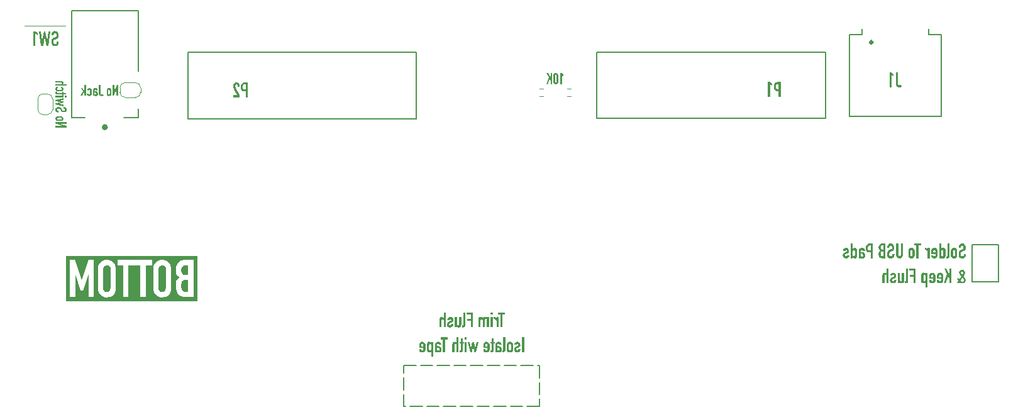
<source format=gbr>
%TF.GenerationSoftware,KiCad,Pcbnew,9.0.0*%
%TF.CreationDate,2025-04-15T08:33:06-04:00*%
%TF.ProjectId,jSmartSW,6a536d61-7274-4535-972e-6b696361645f,1.0*%
%TF.SameCoordinates,Original*%
%TF.FileFunction,Legend,Bot*%
%TF.FilePolarity,Positive*%
%FSLAX46Y46*%
G04 Gerber Fmt 4.6, Leading zero omitted, Abs format (unit mm)*
G04 Created by KiCad (PCBNEW 9.0.0) date 2025-04-15 08:33:06*
%MOMM*%
%LPD*%
G01*
G04 APERTURE LIST*
%ADD10C,0.150000*%
%ADD11C,0.152000*%
%ADD12C,0.300000*%
%ADD13C,0.100000*%
%ADD14C,0.120000*%
%ADD15C,0.127000*%
%ADD16C,0.400000*%
%ADD17C,0.340000*%
G04 APERTURE END LIST*
D10*
X211689970Y-113458422D02*
X208129970Y-113458422D01*
X208129970Y-108388423D01*
X211689971Y-108388422D01*
X211689970Y-113458422D01*
X102540000Y-82490000D02*
X133330000Y-82490000D01*
X133330000Y-91460000D01*
X102540000Y-91460000D01*
X102540000Y-82490000D01*
X131619971Y-130208422D02*
X131619971Y-128558422D01*
X131619971Y-127958422D02*
X131619971Y-126308422D01*
X131619971Y-125708422D02*
X131619971Y-124688423D01*
X131619971Y-124688423D02*
X133269971Y-124688423D01*
X133869971Y-124688423D02*
X135519971Y-124688423D01*
X136119971Y-124688423D02*
X137769971Y-124688423D01*
X138369971Y-124688423D02*
X140019971Y-124688423D01*
X140619971Y-124688423D02*
X142269971Y-124688422D01*
X142869971Y-124688422D02*
X144519971Y-124688422D01*
X145119971Y-124688422D02*
X146769971Y-124688422D01*
X147369971Y-124688422D02*
X149019971Y-124688422D01*
X149619971Y-124688422D02*
X149879970Y-124688422D01*
X149879970Y-124688422D02*
X149879970Y-126338422D01*
X149879970Y-126938422D02*
X149879971Y-128588422D01*
X149879971Y-129188422D02*
X149879971Y-130208422D01*
X149879971Y-130208422D02*
X148229971Y-130208422D01*
X147629971Y-130208422D02*
X145979971Y-130208422D01*
X145379971Y-130208422D02*
X143729971Y-130208422D01*
X143129971Y-130208422D02*
X141479971Y-130208422D01*
X140879971Y-130208422D02*
X139229971Y-130208422D01*
X138629971Y-130208422D02*
X136979971Y-130208422D01*
X136379971Y-130208422D02*
X134729971Y-130208422D01*
X134129971Y-130208422D02*
X132479971Y-130208422D01*
X131879971Y-130208422D02*
X131619971Y-130208422D01*
X157610000Y-82510000D02*
X188390000Y-82510000D01*
X188390000Y-91440000D01*
X157610000Y-91440000D01*
X157610000Y-82510000D01*
G36*
X91884135Y-111228919D02*
G01*
X91992218Y-111298447D01*
X92122524Y-111517636D01*
X92139985Y-111679466D01*
X92139985Y-114297749D01*
X92093231Y-114544744D01*
X91992218Y-114677547D01*
X91763064Y-114787742D01*
X91641729Y-114799668D01*
X91401478Y-114747075D01*
X91293683Y-114677547D01*
X91163377Y-114458884D01*
X91145917Y-114297749D01*
X91145917Y-111679466D01*
X91192671Y-111431483D01*
X91293683Y-111298447D01*
X91521683Y-111188251D01*
X91641729Y-111176325D01*
X91884135Y-111228919D01*
G37*
G36*
X99338426Y-111228919D02*
G01*
X99446510Y-111298447D01*
X99576816Y-111517636D01*
X99594277Y-111679466D01*
X99594277Y-114297749D01*
X99547522Y-114544744D01*
X99446510Y-114677547D01*
X99217355Y-114787742D01*
X99096021Y-114799668D01*
X98855770Y-114747075D01*
X98747975Y-114677547D01*
X98617669Y-114458884D01*
X98600208Y-114297749D01*
X98600208Y-111679466D01*
X98646963Y-111431483D01*
X98747975Y-111298447D01*
X98975975Y-111188251D01*
X99096021Y-111176325D01*
X99338426Y-111228919D01*
G37*
G36*
X102574039Y-114760589D02*
G01*
X102268736Y-114760589D01*
X102026055Y-114732715D01*
X101931681Y-114695865D01*
X101751302Y-114524618D01*
X101747277Y-114517568D01*
X101675721Y-114274399D01*
X101672783Y-114245237D01*
X101659045Y-113993132D01*
X101658129Y-113902076D01*
X101668854Y-113650573D01*
X101678889Y-113566242D01*
X101758080Y-113328374D01*
X101761932Y-113321999D01*
X101949999Y-113176674D01*
X102191298Y-113131900D01*
X102261408Y-113130268D01*
X102574039Y-113130268D01*
X102574039Y-114760589D01*
G37*
G36*
X102574039Y-112505006D02*
G01*
X102255302Y-112505006D01*
X102005259Y-112476790D01*
X101786814Y-112344555D01*
X101779029Y-112334036D01*
X101684694Y-112106622D01*
X101658247Y-111852572D01*
X101658129Y-111832117D01*
X101684075Y-111581707D01*
X101793683Y-111349738D01*
X102014361Y-111218405D01*
X102260249Y-111187475D01*
X102282169Y-111187316D01*
X102574039Y-111187316D01*
X102574039Y-112505006D01*
G37*
G36*
X103844006Y-116069634D02*
G01*
X86103619Y-116069634D01*
X86103619Y-115475000D01*
X86659175Y-115475000D01*
X87373586Y-115475000D01*
X87373586Y-112432955D01*
X87387019Y-112432955D01*
X88095323Y-114582292D01*
X88453139Y-114582292D01*
X89160222Y-112432955D01*
X89160222Y-115475000D01*
X89874632Y-115475000D01*
X89874632Y-111677023D01*
X90431506Y-111677023D01*
X90431506Y-111679466D01*
X90431506Y-114297749D01*
X90431506Y-114300191D01*
X90451842Y-114557515D01*
X90518765Y-114794828D01*
X90537752Y-114837526D01*
X90668560Y-115053262D01*
X90813746Y-115207554D01*
X91013872Y-115349330D01*
X91208198Y-115438363D01*
X91451544Y-115499586D01*
X91642951Y-115514078D01*
X91889087Y-115490122D01*
X92078924Y-115438363D01*
X92306814Y-115327466D01*
X92464828Y-115207554D01*
X92632981Y-115030135D01*
X92748150Y-114837526D01*
X92827834Y-114591451D01*
X92853980Y-114339070D01*
X92854395Y-114300191D01*
X92854395Y-111677023D01*
X92834059Y-111427481D01*
X92767137Y-111189684D01*
X92766113Y-111187316D01*
X93059559Y-111187316D01*
X93841136Y-111187316D01*
X93841136Y-115475000D01*
X94555547Y-115475000D01*
X94555547Y-111187316D01*
X95379866Y-111187316D01*
X95404291Y-111187316D01*
X96161443Y-111187316D01*
X96161443Y-115475000D01*
X96875854Y-115475000D01*
X96875854Y-111677023D01*
X97885798Y-111677023D01*
X97885798Y-111679466D01*
X97885798Y-114297749D01*
X97885798Y-114300191D01*
X97906134Y-114557515D01*
X97973056Y-114794828D01*
X97992044Y-114837526D01*
X98122852Y-115053262D01*
X98268038Y-115207554D01*
X98468163Y-115349330D01*
X98662490Y-115438363D01*
X98905836Y-115499586D01*
X99097242Y-115514078D01*
X99343379Y-115490122D01*
X99533216Y-115438363D01*
X99761106Y-115327466D01*
X99919120Y-115207554D01*
X100087273Y-115030135D01*
X100202441Y-114837526D01*
X100282126Y-114591451D01*
X100308272Y-114339070D01*
X100308687Y-114300191D01*
X100308687Y-111724651D01*
X100943718Y-111724651D01*
X100943718Y-111832117D01*
X100943718Y-111906612D01*
X100959880Y-112154237D01*
X100977912Y-112247330D01*
X101068716Y-112478311D01*
X101076831Y-112491573D01*
X101249687Y-112682372D01*
X101465177Y-112824965D01*
X101244696Y-112962995D01*
X101087006Y-113150399D01*
X101070725Y-113179117D01*
X100983904Y-113415937D01*
X100948183Y-113671018D01*
X100943718Y-113816591D01*
X100943718Y-113902076D01*
X100943718Y-114101133D01*
X100959204Y-114377415D01*
X101005662Y-114623894D01*
X101096680Y-114869091D01*
X101228152Y-115075362D01*
X101267340Y-115120847D01*
X101479903Y-115292044D01*
X101720101Y-115397183D01*
X101969844Y-115452865D01*
X102213304Y-115473616D01*
X102300487Y-115475000D01*
X103288450Y-115475000D01*
X103288450Y-110472906D01*
X102229657Y-110472906D01*
X101983048Y-110487675D01*
X101731802Y-110542239D01*
X101636147Y-110577930D01*
X101412970Y-110699136D01*
X101234367Y-110855146D01*
X101087707Y-111067838D01*
X101012106Y-111255704D01*
X100958745Y-111500574D01*
X100943718Y-111724651D01*
X100308687Y-111724651D01*
X100308687Y-111677023D01*
X100288351Y-111427481D01*
X100221429Y-111189684D01*
X100202441Y-111145795D01*
X100078488Y-110934525D01*
X99919120Y-110762334D01*
X99712868Y-110618894D01*
X99533216Y-110538852D01*
X99288882Y-110476641D01*
X99097242Y-110461915D01*
X98851492Y-110486258D01*
X98662490Y-110538852D01*
X98431294Y-110646829D01*
X98268038Y-110762334D01*
X98105602Y-110946584D01*
X97992044Y-111145795D01*
X97912359Y-111394007D01*
X97886213Y-111639743D01*
X97885798Y-111677023D01*
X96875854Y-111677023D01*
X96875854Y-111187316D01*
X97724598Y-111187316D01*
X97724598Y-110472906D01*
X95404291Y-110472906D01*
X93059559Y-110472906D01*
X93059559Y-111187316D01*
X92766113Y-111187316D01*
X92748150Y-111145795D01*
X92624196Y-110934525D01*
X92464828Y-110762334D01*
X92258576Y-110618894D01*
X92078924Y-110538852D01*
X91834591Y-110476641D01*
X91642951Y-110461915D01*
X91397200Y-110486258D01*
X91208198Y-110538852D01*
X90977003Y-110646829D01*
X90813746Y-110762334D01*
X90651310Y-110946584D01*
X90537752Y-111145795D01*
X90458068Y-111394007D01*
X90431921Y-111639743D01*
X90431506Y-111677023D01*
X89874632Y-111677023D01*
X89874632Y-110472906D01*
X89194416Y-110472906D01*
X88277284Y-113121720D01*
X88263851Y-113121720D01*
X87352825Y-110472906D01*
X86659175Y-110472906D01*
X86659175Y-115475000D01*
X86103619Y-115475000D01*
X86103619Y-109906359D01*
X103844006Y-109906359D01*
X103844006Y-116069634D01*
G37*
D11*
G36*
X206333921Y-108834368D02*
G01*
X206619685Y-108834368D01*
X206619685Y-108770376D01*
X206633596Y-108668968D01*
X206663649Y-108601849D01*
X206742074Y-108540559D01*
X206811660Y-108530530D01*
X206902030Y-108553000D01*
X206957718Y-108608688D01*
X206987027Y-108691242D01*
X206994842Y-108786985D01*
X206990935Y-108885170D01*
X206970418Y-108955024D01*
X206922547Y-109008269D01*
X206837550Y-109052233D01*
X206625059Y-109138695D01*
X206536891Y-109181067D01*
X206475582Y-109224180D01*
X206408541Y-109298504D01*
X206385701Y-109337020D01*
X206354796Y-109432419D01*
X206345157Y-109488939D01*
X206336072Y-109592133D01*
X206333921Y-109682868D01*
X206338033Y-109781570D01*
X206351657Y-109881374D01*
X206358834Y-109915387D01*
X206388952Y-110009160D01*
X206439434Y-110098569D01*
X206511918Y-110172099D01*
X206592819Y-110221179D01*
X206690435Y-110253085D01*
X206789969Y-110264936D01*
X206823384Y-110265631D01*
X206922669Y-110256594D01*
X207015359Y-110229483D01*
X207102789Y-110182837D01*
X207168255Y-110128855D01*
X207231899Y-110049823D01*
X207269860Y-109979378D01*
X207299209Y-109884277D01*
X207307473Y-109793265D01*
X207307473Y-109687264D01*
X207021709Y-109687264D01*
X207021709Y-109776168D01*
X207002144Y-109872229D01*
X206976280Y-109917341D01*
X206889937Y-109972479D01*
X206823384Y-109979867D01*
X206725161Y-109964913D01*
X206712009Y-109958862D01*
X206649972Y-109899267D01*
X206624082Y-109805478D01*
X206619793Y-109704936D01*
X206619685Y-109684333D01*
X206622461Y-109586618D01*
X206625059Y-109556350D01*
X206646552Y-109475261D01*
X206696866Y-109424947D01*
X206779909Y-109382937D01*
X206978722Y-109299406D01*
X207070252Y-109253030D01*
X207150108Y-109192618D01*
X207211392Y-109115366D01*
X207219546Y-109100104D01*
X207254310Y-109007356D01*
X207273391Y-108910117D01*
X207280368Y-108812079D01*
X207280607Y-108788939D01*
X207274059Y-108686886D01*
X207254417Y-108589556D01*
X207250809Y-108576936D01*
X207212951Y-108483269D01*
X207159951Y-108403524D01*
X207089883Y-108334981D01*
X207013405Y-108288241D01*
X206915464Y-108255635D01*
X206815740Y-108244936D01*
X206800425Y-108244766D01*
X206700774Y-108254535D01*
X206609916Y-108283845D01*
X206524667Y-108332535D01*
X206460439Y-108387404D01*
X206399281Y-108465821D01*
X206354802Y-108560294D01*
X206335033Y-108662494D01*
X206333921Y-108694661D01*
X206333921Y-108834368D01*
G37*
G36*
X205749799Y-108828399D02*
G01*
X205847869Y-108843246D01*
X205944598Y-108883217D01*
X205950387Y-108886702D01*
X206027030Y-108947452D01*
X206087725Y-109029762D01*
X206103490Y-109062362D01*
X206129734Y-109157257D01*
X206136581Y-109213105D01*
X206140969Y-109315038D01*
X206140969Y-109778611D01*
X206139642Y-109835545D01*
X206129734Y-109935903D01*
X206122896Y-109971013D01*
X206087725Y-110063886D01*
X206084568Y-110069560D01*
X206022515Y-110150741D01*
X205944598Y-110210432D01*
X205914311Y-110226334D01*
X205819102Y-110256521D01*
X205716964Y-110265631D01*
X205684022Y-110264769D01*
X205585815Y-110250052D01*
X205489330Y-110210432D01*
X205483511Y-110206947D01*
X205406531Y-110146196D01*
X205345715Y-110063886D01*
X205329950Y-110031249D01*
X205303705Y-109935903D01*
X205296859Y-109879895D01*
X205292470Y-109778611D01*
X205292470Y-109315038D01*
X205293441Y-109273028D01*
X205578234Y-109273028D01*
X205578234Y-109820132D01*
X205579556Y-109848766D01*
X205615847Y-109940300D01*
X205623044Y-109947371D01*
X205716964Y-109979867D01*
X205724801Y-109979712D01*
X205818080Y-109940300D01*
X205834323Y-109917768D01*
X205855205Y-109820132D01*
X205855205Y-109273028D01*
X205853900Y-109244412D01*
X205818080Y-109153349D01*
X205810800Y-109146191D01*
X205716964Y-109113293D01*
X205705202Y-109113645D01*
X205615847Y-109153349D01*
X205599392Y-109175667D01*
X205578234Y-109273028D01*
X205293441Y-109273028D01*
X205293797Y-109257605D01*
X205303705Y-109157257D01*
X205310544Y-109122361D01*
X205345715Y-109029762D01*
X205348872Y-109024088D01*
X205411062Y-108942908D01*
X205489330Y-108883217D01*
X205519488Y-108867174D01*
X205614590Y-108836720D01*
X205716964Y-108827529D01*
X205749799Y-108828399D01*
G37*
G36*
X205105380Y-108249162D02*
G01*
X204819616Y-108249162D01*
X204819616Y-109846510D01*
X204800912Y-109945039D01*
X204791284Y-109957885D01*
X204697724Y-109994158D01*
X204683328Y-109995987D01*
X204683328Y-110265631D01*
X204781098Y-110261219D01*
X204858206Y-110250000D01*
X204950680Y-110217502D01*
X204991563Y-110190404D01*
X205055224Y-110115366D01*
X205076071Y-110070725D01*
X205098940Y-109974796D01*
X205105351Y-109874886D01*
X205105380Y-109867027D01*
X205105380Y-108249162D01*
G37*
G36*
X203991632Y-108973098D02*
G01*
X204026680Y-108928605D01*
X204105450Y-108865143D01*
X204157153Y-108842222D01*
X204254926Y-108827529D01*
X204321846Y-108831801D01*
X204414661Y-108863677D01*
X204454257Y-108892110D01*
X204516365Y-108970330D01*
X204546064Y-109071284D01*
X204548010Y-109090716D01*
X204553200Y-109193176D01*
X204554368Y-109295987D01*
X204554368Y-109830879D01*
X204552514Y-109917836D01*
X204543133Y-110016503D01*
X204539300Y-110037502D01*
X204507473Y-110132763D01*
X204453578Y-110202830D01*
X204361071Y-110252656D01*
X204260788Y-110265631D01*
X204168953Y-110254884D01*
X204099588Y-110224110D01*
X204043900Y-110179169D01*
X203991632Y-110122505D01*
X203991632Y-110250000D01*
X203705868Y-110250000D01*
X203705868Y-109265212D01*
X203991632Y-109265212D01*
X203991632Y-109810362D01*
X203993479Y-109842750D01*
X204030223Y-109935903D01*
X204040138Y-109947238D01*
X204131339Y-109984263D01*
X204148574Y-109983447D01*
X204235875Y-109931995D01*
X204254509Y-109891800D01*
X204268604Y-109793265D01*
X204268604Y-109278890D01*
X204267900Y-109258547D01*
X204239783Y-109163119D01*
X204224743Y-109143704D01*
X204131339Y-109113293D01*
X204120254Y-109113671D01*
X204031688Y-109156280D01*
X204020149Y-109170274D01*
X203991632Y-109265212D01*
X203705868Y-109265212D01*
X203705868Y-108249162D01*
X203991632Y-108249162D01*
X203991632Y-108973098D01*
G37*
G36*
X203106115Y-108828399D02*
G01*
X203204185Y-108843246D01*
X203300914Y-108883217D01*
X203306703Y-108886702D01*
X203383346Y-108947452D01*
X203444040Y-109029762D01*
X203459805Y-109062362D01*
X203486050Y-109157257D01*
X203492896Y-109213105D01*
X203497285Y-109315038D01*
X203497285Y-109778611D01*
X203495957Y-109835545D01*
X203486050Y-109935903D01*
X203479211Y-109971013D01*
X203444040Y-110063886D01*
X203440883Y-110069560D01*
X203378830Y-110150741D01*
X203300914Y-110210432D01*
X203270627Y-110226334D01*
X203175418Y-110256521D01*
X203073279Y-110265631D01*
X202991534Y-110259273D01*
X202897424Y-110232414D01*
X202841897Y-110203998D01*
X202763091Y-110141067D01*
X202742663Y-110119095D01*
X202689082Y-110036740D01*
X202657827Y-109940359D01*
X202648785Y-109841625D01*
X202934549Y-109841625D01*
X202966301Y-109933949D01*
X202978099Y-109949554D01*
X203073279Y-109979867D01*
X203081116Y-109979730D01*
X203174396Y-109944696D01*
X203181030Y-109937748D01*
X203211521Y-109843579D01*
X203211521Y-109656001D01*
X202648785Y-109656001D01*
X202648785Y-109275471D01*
X202934549Y-109275471D01*
X202934549Y-109437159D01*
X203211521Y-109437159D01*
X203211521Y-109275471D01*
X203210216Y-109246339D01*
X203174396Y-109153838D01*
X203167116Y-109146592D01*
X203073279Y-109113293D01*
X203061517Y-109113650D01*
X202972163Y-109153838D01*
X202953981Y-109179653D01*
X202934549Y-109275471D01*
X202648785Y-109275471D01*
X202648785Y-109267166D01*
X202649768Y-109232283D01*
X202664516Y-109134382D01*
X202701658Y-109037477D01*
X202760648Y-108953070D01*
X202809845Y-108909635D01*
X202895959Y-108861235D01*
X202974577Y-108837042D01*
X203073279Y-108827529D01*
X203106115Y-108828399D01*
G37*
G36*
X202430432Y-110250000D02*
G01*
X202430432Y-108843161D01*
X202144668Y-108843161D01*
X202144668Y-108995080D01*
X202065277Y-108929213D01*
X201982250Y-108875281D01*
X201977117Y-108872470D01*
X201885038Y-108838764D01*
X201781411Y-108827573D01*
X201773907Y-108827529D01*
X201773907Y-109129902D01*
X201858904Y-109113293D01*
X201953670Y-109128436D01*
X202040338Y-109174862D01*
X202045505Y-109179239D01*
X202108218Y-109255888D01*
X202117313Y-109273517D01*
X202142504Y-109371462D01*
X202144668Y-109417620D01*
X202144668Y-110250000D01*
X202430432Y-110250000D01*
G37*
G36*
X200918569Y-110250000D02*
G01*
X200918569Y-108534926D01*
X201258066Y-108534926D01*
X201258066Y-108249162D01*
X200320174Y-108249162D01*
X200320174Y-108534926D01*
X200632805Y-108534926D01*
X200632805Y-110250000D01*
X200918569Y-110250000D01*
G37*
G36*
X200016931Y-108828399D02*
G01*
X200115001Y-108843246D01*
X200211730Y-108883217D01*
X200217519Y-108886702D01*
X200294162Y-108947452D01*
X200354856Y-109029762D01*
X200370622Y-109062362D01*
X200396866Y-109157257D01*
X200403713Y-109213105D01*
X200408101Y-109315038D01*
X200408101Y-109778611D01*
X200406774Y-109835545D01*
X200396866Y-109935903D01*
X200390027Y-109971013D01*
X200354856Y-110063886D01*
X200351700Y-110069560D01*
X200289647Y-110150741D01*
X200211730Y-110210432D01*
X200181443Y-110226334D01*
X200086234Y-110256521D01*
X199984096Y-110265631D01*
X199951154Y-110264769D01*
X199852947Y-110250052D01*
X199756461Y-110210432D01*
X199750643Y-110206947D01*
X199673663Y-110146196D01*
X199612847Y-110063886D01*
X199597082Y-110031249D01*
X199570837Y-109935903D01*
X199563990Y-109879895D01*
X199559602Y-109778611D01*
X199559602Y-109315038D01*
X199560573Y-109273028D01*
X199845366Y-109273028D01*
X199845366Y-109820132D01*
X199846688Y-109848766D01*
X199882979Y-109940300D01*
X199890176Y-109947371D01*
X199984096Y-109979867D01*
X199991933Y-109979712D01*
X200085212Y-109940300D01*
X200101454Y-109917768D01*
X200122337Y-109820132D01*
X200122337Y-109273028D01*
X200121032Y-109244412D01*
X200085212Y-109153349D01*
X200077932Y-109146191D01*
X199984096Y-109113293D01*
X199972334Y-109113645D01*
X199882979Y-109153349D01*
X199866523Y-109175667D01*
X199845366Y-109273028D01*
X199560573Y-109273028D01*
X199560929Y-109257605D01*
X199570837Y-109157257D01*
X199577676Y-109122361D01*
X199612847Y-109029762D01*
X199616004Y-109024088D01*
X199678194Y-108942908D01*
X199756461Y-108883217D01*
X199786620Y-108867174D01*
X199881722Y-108836720D01*
X199984096Y-108827529D01*
X200016931Y-108828399D01*
G37*
G36*
X197910474Y-108249162D02*
G01*
X197910474Y-109799616D01*
X197920262Y-109899664D01*
X197945157Y-109980844D01*
X197993139Y-110067999D01*
X198042854Y-110127878D01*
X198120477Y-110192003D01*
X198189399Y-110229483D01*
X198285828Y-110258712D01*
X198365743Y-110265631D01*
X198467787Y-110254194D01*
X198541598Y-110229483D01*
X198627258Y-110179303D01*
X198686189Y-110127878D01*
X198748975Y-110049619D01*
X198785840Y-109980844D01*
X198814674Y-109882630D01*
X198821500Y-109799616D01*
X198821500Y-108249162D01*
X198535736Y-108249162D01*
X198535736Y-109772260D01*
X198522087Y-109869690D01*
X198487376Y-109929553D01*
X198401097Y-109976722D01*
X198366231Y-109979867D01*
X198270335Y-109951565D01*
X198244598Y-109929553D01*
X198201953Y-109838892D01*
X198196238Y-109772260D01*
X198196238Y-108249162D01*
X197910474Y-108249162D01*
G37*
G36*
X196718569Y-108834368D02*
G01*
X197004333Y-108834368D01*
X197004333Y-108770376D01*
X197018243Y-108668968D01*
X197048297Y-108601849D01*
X197126722Y-108540559D01*
X197196308Y-108530530D01*
X197286678Y-108553000D01*
X197342365Y-108608688D01*
X197371674Y-108691242D01*
X197379490Y-108786985D01*
X197375582Y-108885170D01*
X197355066Y-108955024D01*
X197307194Y-109008269D01*
X197222198Y-109052233D01*
X197009706Y-109138695D01*
X196921539Y-109181067D01*
X196860230Y-109224180D01*
X196793189Y-109298504D01*
X196770348Y-109337020D01*
X196739444Y-109432419D01*
X196729804Y-109488939D01*
X196720719Y-109592133D01*
X196718569Y-109682868D01*
X196722681Y-109781570D01*
X196736305Y-109881374D01*
X196743482Y-109915387D01*
X196773599Y-110009160D01*
X196824082Y-110098569D01*
X196896566Y-110172099D01*
X196977466Y-110221179D01*
X197075082Y-110253085D01*
X197174616Y-110264936D01*
X197208032Y-110265631D01*
X197307316Y-110256594D01*
X197400006Y-110229483D01*
X197487436Y-110182837D01*
X197552903Y-110128855D01*
X197616547Y-110049823D01*
X197654508Y-109979378D01*
X197683856Y-109884277D01*
X197692121Y-109793265D01*
X197692121Y-109687264D01*
X197406357Y-109687264D01*
X197406357Y-109776168D01*
X197386792Y-109872229D01*
X197360928Y-109917341D01*
X197274584Y-109972479D01*
X197208032Y-109979867D01*
X197109809Y-109964913D01*
X197096657Y-109958862D01*
X197034619Y-109899267D01*
X197008729Y-109805478D01*
X197004440Y-109704936D01*
X197004333Y-109684333D01*
X197007109Y-109586618D01*
X197009706Y-109556350D01*
X197031200Y-109475261D01*
X197081514Y-109424947D01*
X197164556Y-109382937D01*
X197363370Y-109299406D01*
X197454900Y-109253030D01*
X197534756Y-109192618D01*
X197596040Y-109115366D01*
X197604193Y-109100104D01*
X197638958Y-109007356D01*
X197658039Y-108910117D01*
X197665016Y-108812079D01*
X197665254Y-108788939D01*
X197658707Y-108686886D01*
X197639065Y-108589556D01*
X197635457Y-108576936D01*
X197597599Y-108483269D01*
X197544598Y-108403524D01*
X197474531Y-108334981D01*
X197398053Y-108288241D01*
X197300111Y-108255635D01*
X197200388Y-108244936D01*
X197185073Y-108244766D01*
X197085422Y-108254535D01*
X196994563Y-108283845D01*
X196909315Y-108332535D01*
X196845087Y-108387404D01*
X196783928Y-108465821D01*
X196739449Y-108560294D01*
X196719681Y-108662494D01*
X196718569Y-108694661D01*
X196718569Y-108834368D01*
G37*
G36*
X196494354Y-110250000D02*
G01*
X196099169Y-110250000D01*
X196064296Y-110249446D01*
X195966912Y-110241146D01*
X195867014Y-110218873D01*
X195770935Y-110176817D01*
X195685910Y-110108339D01*
X195670235Y-110090144D01*
X195617646Y-110007636D01*
X195581239Y-109909557D01*
X195562656Y-109810966D01*
X195556461Y-109700453D01*
X195556461Y-109620830D01*
X195842226Y-109620830D01*
X195842592Y-109657253D01*
X195848087Y-109758094D01*
X195849262Y-109769759D01*
X195877885Y-109867027D01*
X195879495Y-109869847D01*
X195951646Y-109938346D01*
X195989396Y-109953086D01*
X196086468Y-109964235D01*
X196208590Y-109964235D01*
X196208590Y-109312107D01*
X196083538Y-109312107D01*
X196055493Y-109312760D01*
X195958974Y-109330669D01*
X195883747Y-109388799D01*
X195882206Y-109391349D01*
X195850530Y-109486496D01*
X195846516Y-109520229D01*
X195842226Y-109620830D01*
X195556461Y-109620830D01*
X195556461Y-109586636D01*
X195558247Y-109528407D01*
X195572536Y-109426374D01*
X195607264Y-109331646D01*
X195613776Y-109320159D01*
X195676853Y-109245198D01*
X195765045Y-109189986D01*
X195678849Y-109132949D01*
X195609706Y-109056629D01*
X195606461Y-109051324D01*
X195570139Y-108958932D01*
X195562926Y-108921694D01*
X195556461Y-108822644D01*
X195556461Y-108792847D01*
X195842226Y-108792847D01*
X195842273Y-108801028D01*
X195852852Y-108902649D01*
X195890586Y-108993614D01*
X195893700Y-108997822D01*
X195981078Y-109050716D01*
X196081095Y-109062002D01*
X196208590Y-109062002D01*
X196208590Y-108534926D01*
X196091842Y-108534926D01*
X196083074Y-108534990D01*
X195984718Y-108547362D01*
X195896448Y-108599895D01*
X195852604Y-108692682D01*
X195842226Y-108792847D01*
X195556461Y-108792847D01*
X195556461Y-108749860D01*
X195562472Y-108660229D01*
X195583817Y-108562281D01*
X195614057Y-108487135D01*
X195672721Y-108402058D01*
X195744162Y-108339654D01*
X195833433Y-108291172D01*
X195871695Y-108276895D01*
X195972193Y-108255070D01*
X196070837Y-108249162D01*
X196494354Y-108249162D01*
X196494354Y-110250000D01*
G37*
G36*
X194782700Y-110250000D02*
G01*
X194496936Y-110250000D01*
X194496936Y-109472819D01*
X194348925Y-109472819D01*
X194280774Y-109470201D01*
X194177974Y-109453531D01*
X194086608Y-109418108D01*
X194068275Y-109407372D01*
X193987174Y-109342099D01*
X193927362Y-109263747D01*
X193887112Y-109184800D01*
X193860439Y-109089357D01*
X193856775Y-109065376D01*
X193847387Y-108963753D01*
X193844808Y-108860746D01*
X193846578Y-108775292D01*
X193849761Y-108735694D01*
X194130572Y-108735694D01*
X194130572Y-108766438D01*
X194130572Y-108864166D01*
X194130572Y-108895187D01*
X194130572Y-108996057D01*
X194130594Y-108999733D01*
X194153042Y-109095708D01*
X194223872Y-109163119D01*
X194261402Y-109176746D01*
X194358695Y-109187055D01*
X194496936Y-109187055D01*
X194496936Y-108534926D01*
X194348436Y-108534926D01*
X194318486Y-108535785D01*
X194220453Y-108559351D01*
X194153042Y-108629204D01*
X194149026Y-108637942D01*
X194130572Y-108735694D01*
X193849761Y-108735694D01*
X193854796Y-108673046D01*
X193873140Y-108574982D01*
X193876800Y-108561839D01*
X193915683Y-108470076D01*
X193974745Y-108390334D01*
X194047653Y-108326772D01*
X194139364Y-108280425D01*
X194150773Y-108276639D01*
X194250150Y-108255146D01*
X194348925Y-108249162D01*
X194782700Y-108249162D01*
X194782700Y-110250000D01*
G37*
G36*
X193378838Y-108833607D02*
G01*
X193474047Y-108859281D01*
X193530238Y-108886323D01*
X193609846Y-108945743D01*
X193630972Y-108968077D01*
X193686385Y-109051577D01*
X193718709Y-109149007D01*
X193728060Y-109248604D01*
X193456461Y-109248604D01*
X193451247Y-109228630D01*
X193395889Y-109147976D01*
X193387098Y-109141778D01*
X193292819Y-109113293D01*
X193268707Y-109114402D01*
X193180956Y-109158722D01*
X193170331Y-109176434D01*
X193149692Y-109273028D01*
X193149692Y-109414200D01*
X193191702Y-109405896D01*
X193225408Y-109405896D01*
X193256182Y-109405896D01*
X193287445Y-109405896D01*
X193312217Y-109406154D01*
X193409933Y-109413224D01*
X193508729Y-109435205D01*
X193568928Y-109461378D01*
X193646971Y-109523621D01*
X193686868Y-109583180D01*
X193719755Y-109676517D01*
X193722121Y-109687989D01*
X193735555Y-109788007D01*
X193739295Y-109887543D01*
X193733685Y-109982231D01*
X193709986Y-110079518D01*
X193693957Y-110114445D01*
X193632316Y-110192847D01*
X193620287Y-110202929D01*
X193532665Y-110250000D01*
X193529430Y-110250961D01*
X193430083Y-110265631D01*
X193364312Y-110260725D01*
X193268883Y-110224110D01*
X193218727Y-110180860D01*
X193155066Y-110104919D01*
X193149692Y-110104919D01*
X193149692Y-110250000D01*
X192863928Y-110250000D01*
X192863928Y-109633531D01*
X193149692Y-109633531D01*
X193149692Y-109830390D01*
X193152938Y-109876956D01*
X193190725Y-109967166D01*
X193210029Y-109986010D01*
X193304542Y-110015526D01*
X193329839Y-110013723D01*
X193414452Y-109964235D01*
X193435060Y-109928868D01*
X193453531Y-109829902D01*
X193444257Y-109752576D01*
X193387585Y-109669190D01*
X193329490Y-109640409D01*
X193228339Y-109624738D01*
X193149692Y-109633531D01*
X192863928Y-109633531D01*
X192863928Y-109271563D01*
X192871442Y-109173374D01*
X192898122Y-109077145D01*
X192926630Y-109018710D01*
X192988492Y-108938415D01*
X193035639Y-108900863D01*
X193126734Y-108855373D01*
X193198127Y-108836339D01*
X193296238Y-108827529D01*
X193378838Y-108833607D01*
G37*
G36*
X192078443Y-108973098D02*
G01*
X192113491Y-108928605D01*
X192192260Y-108865143D01*
X192243964Y-108842222D01*
X192341737Y-108827529D01*
X192408657Y-108831801D01*
X192501472Y-108863677D01*
X192541068Y-108892110D01*
X192603176Y-108970330D01*
X192632875Y-109071284D01*
X192634821Y-109090716D01*
X192640011Y-109193176D01*
X192641179Y-109295987D01*
X192641179Y-109830879D01*
X192639325Y-109917836D01*
X192629944Y-110016503D01*
X192626111Y-110037502D01*
X192594284Y-110132763D01*
X192540389Y-110202830D01*
X192447882Y-110252656D01*
X192347599Y-110265631D01*
X192255764Y-110254884D01*
X192186399Y-110224110D01*
X192130711Y-110179169D01*
X192078443Y-110122505D01*
X192078443Y-110250000D01*
X191792679Y-110250000D01*
X191792679Y-109265212D01*
X192078443Y-109265212D01*
X192078443Y-109810362D01*
X192080290Y-109842750D01*
X192117034Y-109935903D01*
X192126948Y-109947238D01*
X192218150Y-109984263D01*
X192235385Y-109983447D01*
X192322686Y-109931995D01*
X192341320Y-109891800D01*
X192355415Y-109793265D01*
X192355415Y-109278890D01*
X192354711Y-109258547D01*
X192326594Y-109163119D01*
X192311554Y-109143704D01*
X192218150Y-109113293D01*
X192207065Y-109113671D01*
X192118499Y-109156280D01*
X192106960Y-109170274D01*
X192078443Y-109265212D01*
X191792679Y-109265212D01*
X191792679Y-108249162D01*
X192078443Y-108249162D01*
X192078443Y-108973098D01*
G37*
G36*
X191057020Y-109251535D02*
G01*
X191085443Y-109157181D01*
X191094145Y-109147976D01*
X191178653Y-109113293D01*
X191267069Y-109155792D01*
X191298301Y-109249105D01*
X191298332Y-109252512D01*
X191278792Y-109327250D01*
X191198597Y-109386128D01*
X191179630Y-109393684D01*
X191015010Y-109459630D01*
X190926548Y-109501170D01*
X190845582Y-109562353D01*
X190799099Y-109622784D01*
X190758694Y-109717138D01*
X190740916Y-109818972D01*
X190739993Y-109849441D01*
X190751531Y-109948154D01*
X190772721Y-110011130D01*
X190822791Y-110097913D01*
X190861625Y-110143021D01*
X190941844Y-110205341D01*
X190998401Y-110233391D01*
X191097540Y-110260310D01*
X191171325Y-110265631D01*
X191275653Y-110254802D01*
X191368819Y-110222316D01*
X191450821Y-110168172D01*
X191465882Y-110154745D01*
X191532019Y-110076282D01*
X191563091Y-110018946D01*
X191591677Y-109924688D01*
X191599727Y-109828925D01*
X191312986Y-109828925D01*
X191281168Y-109922955D01*
X191275861Y-109931995D01*
X191189789Y-109979119D01*
X191171814Y-109979867D01*
X191079222Y-109947371D01*
X191070697Y-109940300D01*
X191026854Y-109851273D01*
X191025757Y-109829902D01*
X191054179Y-109734296D01*
X191056043Y-109731716D01*
X191138150Y-109672455D01*
X191166441Y-109660886D01*
X191300774Y-109612037D01*
X191392090Y-109568669D01*
X191473032Y-109506493D01*
X191508869Y-109466468D01*
X191557575Y-109380950D01*
X191581451Y-109281565D01*
X191584096Y-109231018D01*
X191572386Y-109131662D01*
X191550879Y-109068841D01*
X191499626Y-108983013D01*
X191459532Y-108939392D01*
X191378879Y-108879166D01*
X191330083Y-108856350D01*
X191232272Y-108831582D01*
X191169371Y-108827529D01*
X191071755Y-108838723D01*
X191010125Y-108859281D01*
X190923001Y-108911684D01*
X190884584Y-108947697D01*
X190827416Y-109027953D01*
X190801542Y-109083984D01*
X190776254Y-109180993D01*
X190771256Y-109251535D01*
X191057020Y-109251535D01*
G37*
G36*
X206863033Y-111801900D02*
G01*
X206960160Y-111828004D01*
X207003828Y-111849146D01*
X207082770Y-111909092D01*
X207110801Y-111944183D01*
X207157020Y-112034145D01*
X207171482Y-112083985D01*
X207182421Y-112183621D01*
X207180669Y-112230453D01*
X207164856Y-112328976D01*
X207132595Y-112423468D01*
X207112783Y-112465726D01*
X207063376Y-112555635D01*
X207005101Y-112643286D01*
X207073994Y-112711512D01*
X207141072Y-112790417D01*
X207199030Y-112873363D01*
X207242971Y-112963351D01*
X207268673Y-113063382D01*
X207276210Y-113163035D01*
X207269126Y-113256150D01*
X207243970Y-113352079D01*
X207213744Y-113417182D01*
X207155066Y-113496671D01*
X207110484Y-113539215D01*
X207023663Y-113592414D01*
X206960458Y-113613921D01*
X206863440Y-113625631D01*
X206856079Y-113625591D01*
X206752309Y-113615373D01*
X206655345Y-113584598D01*
X206644133Y-113579309D01*
X206556083Y-113525453D01*
X206481444Y-113461500D01*
X206381304Y-113610000D01*
X206095540Y-113610000D01*
X206301961Y-113285157D01*
X206603077Y-113285157D01*
X206615579Y-113300046D01*
X206691981Y-113365757D01*
X206717717Y-113381745D01*
X206814591Y-113406789D01*
X206888536Y-113392484D01*
X206966022Y-113332051D01*
X207011085Y-113249497D01*
X207026106Y-113152288D01*
X207019253Y-113079545D01*
X206984584Y-112984249D01*
X206944420Y-112920389D01*
X206881514Y-112844054D01*
X206603077Y-113285157D01*
X206301961Y-113285157D01*
X206310963Y-113270990D01*
X206098471Y-112994019D01*
X206274815Y-112869455D01*
X206430642Y-113081458D01*
X206467308Y-113029190D01*
X206522423Y-112946209D01*
X206577676Y-112857732D01*
X206594018Y-112833412D01*
X206647041Y-112750753D01*
X206650882Y-112744447D01*
X206707124Y-112660383D01*
X206699402Y-112653709D01*
X206625748Y-112584863D01*
X206558581Y-112512200D01*
X206492191Y-112427864D01*
X206448034Y-112355423D01*
X206413690Y-112263420D01*
X206401024Y-112160174D01*
X206650949Y-112160174D01*
X206650965Y-112163496D01*
X206668046Y-112260314D01*
X206710055Y-112346775D01*
X206766231Y-112418583D01*
X206822407Y-112476713D01*
X206858562Y-112415039D01*
X206901542Y-112325771D01*
X206916418Y-112284267D01*
X206932316Y-112185575D01*
X206930942Y-112161658D01*
X206893237Y-112068339D01*
X206880253Y-112053140D01*
X206788702Y-112015582D01*
X206776856Y-112015981D01*
X206687585Y-112061011D01*
X206683149Y-112066722D01*
X206650949Y-112160174D01*
X206401024Y-112160174D01*
X206400844Y-112158709D01*
X206407072Y-112085955D01*
X206439770Y-111987929D01*
X206500495Y-111903230D01*
X206533220Y-111875381D01*
X206620662Y-111826538D01*
X206687221Y-111806169D01*
X206786259Y-111796741D01*
X206863033Y-111801900D01*
G37*
G36*
X205378932Y-113610000D02*
G01*
X205378932Y-111609162D01*
X205093168Y-111609162D01*
X205093168Y-112522630D01*
X205087794Y-112522630D01*
X204670628Y-111609162D01*
X204384863Y-111609162D01*
X204774187Y-112410279D01*
X204312079Y-113610000D01*
X204614452Y-113610000D01*
X204939295Y-112721933D01*
X205093168Y-113011605D01*
X205093168Y-113610000D01*
X205378932Y-113610000D01*
G37*
G36*
X203860337Y-112188399D02*
G01*
X203958407Y-112203246D01*
X204055136Y-112243217D01*
X204060924Y-112246702D01*
X204137568Y-112307452D01*
X204198262Y-112389762D01*
X204214027Y-112422362D01*
X204240272Y-112517257D01*
X204247118Y-112573105D01*
X204251507Y-112675038D01*
X204251507Y-113138611D01*
X204250179Y-113195545D01*
X204240272Y-113295903D01*
X204233433Y-113331013D01*
X204198262Y-113423886D01*
X204195105Y-113429560D01*
X204133052Y-113510741D01*
X204055136Y-113570432D01*
X204024849Y-113586334D01*
X203929640Y-113616521D01*
X203827501Y-113625631D01*
X203745756Y-113619273D01*
X203651646Y-113592414D01*
X203596119Y-113563998D01*
X203517313Y-113501067D01*
X203496885Y-113479095D01*
X203443304Y-113396740D01*
X203412049Y-113300359D01*
X203403007Y-113201625D01*
X203688771Y-113201625D01*
X203720523Y-113293949D01*
X203732321Y-113309554D01*
X203827501Y-113339867D01*
X203835338Y-113339730D01*
X203928618Y-113304696D01*
X203935252Y-113297748D01*
X203965743Y-113203579D01*
X203965743Y-113016001D01*
X203403007Y-113016001D01*
X203403007Y-112635471D01*
X203688771Y-112635471D01*
X203688771Y-112797159D01*
X203965743Y-112797159D01*
X203965743Y-112635471D01*
X203964438Y-112606339D01*
X203928618Y-112513838D01*
X203921338Y-112506592D01*
X203827501Y-112473293D01*
X203815739Y-112473650D01*
X203726385Y-112513838D01*
X203708202Y-112539653D01*
X203688771Y-112635471D01*
X203403007Y-112635471D01*
X203403007Y-112627166D01*
X203403990Y-112592283D01*
X203418738Y-112494382D01*
X203455880Y-112397477D01*
X203514870Y-112313070D01*
X203564067Y-112269635D01*
X203650181Y-112221235D01*
X203728799Y-112197042D01*
X203827501Y-112187529D01*
X203860337Y-112188399D01*
G37*
G36*
X202824747Y-112188399D02*
G01*
X202922817Y-112203246D01*
X203019546Y-112243217D01*
X203025335Y-112246702D01*
X203101978Y-112307452D01*
X203162672Y-112389762D01*
X203178437Y-112422362D01*
X203204682Y-112517257D01*
X203211528Y-112573105D01*
X203215917Y-112675038D01*
X203215917Y-113138611D01*
X203214590Y-113195545D01*
X203204682Y-113295903D01*
X203197843Y-113331013D01*
X203162672Y-113423886D01*
X203159516Y-113429560D01*
X203097463Y-113510741D01*
X203019546Y-113570432D01*
X202989259Y-113586334D01*
X202894050Y-113616521D01*
X202791912Y-113625631D01*
X202710167Y-113619273D01*
X202616057Y-113592414D01*
X202560530Y-113563998D01*
X202481723Y-113501067D01*
X202461295Y-113479095D01*
X202407715Y-113396740D01*
X202376459Y-113300359D01*
X202367418Y-113201625D01*
X202653182Y-113201625D01*
X202684933Y-113293949D01*
X202696731Y-113309554D01*
X202791912Y-113339867D01*
X202799748Y-113339730D01*
X202893028Y-113304696D01*
X202899663Y-113297748D01*
X202930153Y-113203579D01*
X202930153Y-113016001D01*
X202367418Y-113016001D01*
X202367418Y-112635471D01*
X202653182Y-112635471D01*
X202653182Y-112797159D01*
X202930153Y-112797159D01*
X202930153Y-112635471D01*
X202928848Y-112606339D01*
X202893028Y-112513838D01*
X202885748Y-112506592D01*
X202791912Y-112473293D01*
X202780149Y-112473650D01*
X202690795Y-112513838D01*
X202672613Y-112539653D01*
X202653182Y-112635471D01*
X202367418Y-112635471D01*
X202367418Y-112627166D01*
X202368401Y-112592283D01*
X202383148Y-112494382D01*
X202420290Y-112397477D01*
X202479281Y-112313070D01*
X202528477Y-112269635D01*
X202614591Y-112221235D01*
X202693209Y-112197042D01*
X202791912Y-112187529D01*
X202824747Y-112188399D01*
G37*
G36*
X201660729Y-112192493D02*
G01*
X201754856Y-112229539D01*
X201792795Y-112260672D01*
X201863300Y-112332609D01*
X201863300Y-112203161D01*
X202149064Y-112203161D01*
X202149064Y-114172735D01*
X201863300Y-114172735D01*
X201863300Y-113480062D01*
X201828531Y-113524555D01*
X201749972Y-113588018D01*
X201697971Y-113610938D01*
X201600006Y-113625631D01*
X201533018Y-113621417D01*
X201437829Y-113589972D01*
X201399212Y-113561372D01*
X201338400Y-113482911D01*
X201308869Y-113381877D01*
X201306923Y-113363200D01*
X201301733Y-113261778D01*
X201300565Y-113157662D01*
X201300565Y-112663314D01*
X201586329Y-112663314D01*
X201586329Y-113174759D01*
X201587033Y-113195102D01*
X201615150Y-113290530D01*
X201627726Y-113307297D01*
X201723105Y-113339867D01*
X201734195Y-113339493D01*
X201823244Y-113297369D01*
X201834784Y-113283387D01*
X201863300Y-113188925D01*
X201863300Y-112646217D01*
X201861454Y-112614043D01*
X201824710Y-112521653D01*
X201814681Y-112510319D01*
X201723105Y-112473293D01*
X201705878Y-112474110D01*
X201619057Y-112525561D01*
X201600424Y-112565421D01*
X201586329Y-112663314D01*
X201300565Y-112663314D01*
X201300565Y-112622770D01*
X201302419Y-112535813D01*
X201311800Y-112437145D01*
X201315633Y-112416017D01*
X201347459Y-112320886D01*
X201402452Y-112250561D01*
X201495142Y-112200552D01*
X201594633Y-112187529D01*
X201660729Y-112192493D01*
G37*
G36*
X200540969Y-113610000D02*
G01*
X200540969Y-111609162D01*
X199696866Y-111609162D01*
X199696866Y-111894926D01*
X200255205Y-111894926D01*
X200255205Y-112480132D01*
X199759392Y-112480132D01*
X199759392Y-112765896D01*
X200255205Y-112765896D01*
X200255205Y-113610000D01*
X200540969Y-113610000D01*
G37*
G36*
X199536643Y-111609162D02*
G01*
X199250879Y-111609162D01*
X199250879Y-113206510D01*
X199232175Y-113305039D01*
X199222547Y-113317885D01*
X199128987Y-113354158D01*
X199114591Y-113355987D01*
X199114591Y-113625631D01*
X199212361Y-113621219D01*
X199289469Y-113610000D01*
X199381943Y-113577502D01*
X199422826Y-113550404D01*
X199486487Y-113475366D01*
X199507334Y-113430725D01*
X199530203Y-113334796D01*
X199536614Y-113234886D01*
X199536643Y-113227027D01*
X199536643Y-111609162D01*
G37*
G36*
X198137131Y-112203161D02*
G01*
X198137131Y-113610000D01*
X198422896Y-113610000D01*
X198422896Y-113472247D01*
X198428269Y-113472247D01*
X198494396Y-113550205D01*
X198535247Y-113582644D01*
X198626762Y-113619586D01*
X198694494Y-113625631D01*
X198793412Y-113610175D01*
X198800006Y-113608046D01*
X198886400Y-113556029D01*
X198894284Y-113548450D01*
X198950792Y-113465177D01*
X198960718Y-113441472D01*
X198982687Y-113343147D01*
X198985631Y-113281737D01*
X198985631Y-112203161D01*
X198699867Y-112203161D01*
X198699867Y-113174270D01*
X198679808Y-113271632D01*
X198664207Y-113295903D01*
X198574701Y-113339481D01*
X198562602Y-113339867D01*
X198468602Y-113309754D01*
X198453182Y-113290530D01*
X198425291Y-113195942D01*
X198422896Y-113146427D01*
X198422896Y-112203161D01*
X198137131Y-112203161D01*
G37*
G36*
X197401472Y-112611535D02*
G01*
X197429896Y-112517181D01*
X197438597Y-112507976D01*
X197523105Y-112473293D01*
X197611521Y-112515792D01*
X197642753Y-112609105D01*
X197642784Y-112612512D01*
X197623244Y-112687250D01*
X197543049Y-112746128D01*
X197524082Y-112753684D01*
X197359462Y-112819630D01*
X197271000Y-112861170D01*
X197190034Y-112922353D01*
X197143551Y-112982784D01*
X197103146Y-113077138D01*
X197085368Y-113178972D01*
X197084445Y-113209441D01*
X197095983Y-113308154D01*
X197117173Y-113371130D01*
X197167243Y-113457913D01*
X197206078Y-113503021D01*
X197286296Y-113565341D01*
X197342854Y-113593391D01*
X197441992Y-113620310D01*
X197515778Y-113625631D01*
X197620106Y-113614802D01*
X197713271Y-113582316D01*
X197795273Y-113528172D01*
X197810334Y-113514745D01*
X197876471Y-113436282D01*
X197907543Y-113378946D01*
X197936130Y-113284688D01*
X197944180Y-113188925D01*
X197657438Y-113188925D01*
X197625620Y-113282955D01*
X197620314Y-113291995D01*
X197534241Y-113339119D01*
X197516266Y-113339867D01*
X197423675Y-113307371D01*
X197415150Y-113300300D01*
X197371306Y-113211273D01*
X197370209Y-113189902D01*
X197398632Y-113094296D01*
X197400495Y-113091716D01*
X197482603Y-113032455D01*
X197510893Y-113020886D01*
X197645226Y-112972037D01*
X197736543Y-112928669D01*
X197817484Y-112866493D01*
X197853321Y-112826468D01*
X197902028Y-112740950D01*
X197925903Y-112641565D01*
X197928548Y-112591018D01*
X197916838Y-112491662D01*
X197895331Y-112428841D01*
X197844078Y-112343013D01*
X197803984Y-112299392D01*
X197723331Y-112239166D01*
X197674535Y-112216350D01*
X197576724Y-112191582D01*
X197513824Y-112187529D01*
X197416208Y-112198723D01*
X197354577Y-112219281D01*
X197267453Y-112271684D01*
X197229036Y-112307697D01*
X197171868Y-112387953D01*
X197145994Y-112443984D01*
X197120706Y-112540993D01*
X197115708Y-112611535D01*
X197401472Y-112611535D01*
G37*
G36*
X196912498Y-113610000D02*
G01*
X196912498Y-111609162D01*
X196626734Y-111609162D01*
X196626734Y-112341402D01*
X196620872Y-112341402D01*
X196554955Y-112263444D01*
X196514382Y-112231004D01*
X196422867Y-112193643D01*
X196355136Y-112187529D01*
X196256217Y-112203414D01*
X196249623Y-112205603D01*
X196163229Y-112257619D01*
X196155345Y-112265198D01*
X196098837Y-112348472D01*
X196088911Y-112372177D01*
X196066942Y-112470070D01*
X196063998Y-112531423D01*
X196063998Y-113610000D01*
X196349762Y-113610000D01*
X196349762Y-112638890D01*
X196369821Y-112541803D01*
X196385422Y-112517745D01*
X196474527Y-112473684D01*
X196486538Y-112473293D01*
X196580836Y-112503704D01*
X196596448Y-112523119D01*
X196624338Y-112617257D01*
X196626734Y-112666734D01*
X196626734Y-113610000D01*
X196912498Y-113610000D01*
G37*
G36*
X144924053Y-119550000D02*
G01*
X144924053Y-117834926D01*
X145263551Y-117834926D01*
X145263551Y-117549162D01*
X144325658Y-117549162D01*
X144325658Y-117834926D01*
X144638289Y-117834926D01*
X144638289Y-119550000D01*
X144924053Y-119550000D01*
G37*
G36*
X144382322Y-119550000D02*
G01*
X144382322Y-118143161D01*
X144096558Y-118143161D01*
X144096558Y-118295080D01*
X144017167Y-118229213D01*
X143934140Y-118175281D01*
X143929008Y-118172470D01*
X143836928Y-118138764D01*
X143733301Y-118127573D01*
X143725798Y-118127529D01*
X143725798Y-118429902D01*
X143810794Y-118413293D01*
X143905560Y-118428436D01*
X143992228Y-118474862D01*
X143997396Y-118479239D01*
X144060108Y-118555888D01*
X144069203Y-118573517D01*
X144094394Y-118671462D01*
X144096558Y-118717620D01*
X144096558Y-119550000D01*
X144382322Y-119550000D01*
G37*
G36*
X143604653Y-119550000D02*
G01*
X143604653Y-118143161D01*
X143318889Y-118143161D01*
X143318889Y-119550000D01*
X143604653Y-119550000D01*
G37*
G36*
X143604653Y-117834926D02*
G01*
X143604653Y-117549162D01*
X143318889Y-117549162D01*
X143318889Y-117834926D01*
X143604653Y-117834926D01*
G37*
G36*
X143084904Y-119550000D02*
G01*
X143084904Y-118143161D01*
X142799140Y-118143161D01*
X142799140Y-118280914D01*
X142793278Y-118280914D01*
X142727361Y-118203386D01*
X142686788Y-118171004D01*
X142595274Y-118133643D01*
X142527542Y-118127529D01*
X142429745Y-118143373D01*
X142375135Y-118172470D01*
X142301797Y-118237517D01*
X142275484Y-118269678D01*
X142201612Y-118200325D01*
X142159224Y-118169539D01*
X142066076Y-118134462D01*
X141981904Y-118127529D01*
X141883875Y-118142373D01*
X141873460Y-118145603D01*
X141787834Y-118192795D01*
X141773809Y-118205198D01*
X141714489Y-118284685D01*
X141701513Y-118312177D01*
X141676959Y-118410070D01*
X141673669Y-118471423D01*
X141673669Y-119550000D01*
X141959433Y-119550000D01*
X141959433Y-118578890D01*
X141979492Y-118481803D01*
X141995093Y-118457745D01*
X142084599Y-118413684D01*
X142096698Y-118413293D01*
X142190996Y-118443704D01*
X142206607Y-118463119D01*
X142234048Y-118557257D01*
X142236405Y-118606734D01*
X142236405Y-119550000D01*
X142522169Y-119550000D01*
X142522169Y-118578890D01*
X142542227Y-118481803D01*
X142557828Y-118457745D01*
X142646933Y-118413684D01*
X142658945Y-118413293D01*
X142753243Y-118443704D01*
X142768854Y-118463119D01*
X142796744Y-118557257D01*
X142799140Y-118606734D01*
X142799140Y-119550000D01*
X143084904Y-119550000D01*
G37*
G36*
X140908212Y-119550000D02*
G01*
X140908212Y-117549162D01*
X140064109Y-117549162D01*
X140064109Y-117834926D01*
X140622448Y-117834926D01*
X140622448Y-118420132D01*
X140126635Y-118420132D01*
X140126635Y-118705896D01*
X140622448Y-118705896D01*
X140622448Y-119550000D01*
X140908212Y-119550000D01*
G37*
G36*
X139903885Y-117549162D02*
G01*
X139618121Y-117549162D01*
X139618121Y-119146510D01*
X139599418Y-119245039D01*
X139589789Y-119257885D01*
X139496229Y-119294158D01*
X139481834Y-119295987D01*
X139481834Y-119565631D01*
X139579603Y-119561219D01*
X139656712Y-119550000D01*
X139749186Y-119517502D01*
X139790068Y-119490404D01*
X139853730Y-119415366D01*
X139874576Y-119370725D01*
X139897445Y-119274796D01*
X139903857Y-119174886D01*
X139903885Y-119167027D01*
X139903885Y-117549162D01*
G37*
G36*
X138504374Y-118143161D02*
G01*
X138504374Y-119550000D01*
X138790138Y-119550000D01*
X138790138Y-119412247D01*
X138795511Y-119412247D01*
X138861639Y-119490205D01*
X138902490Y-119522644D01*
X138994005Y-119559586D01*
X139061736Y-119565631D01*
X139160654Y-119550175D01*
X139167249Y-119548046D01*
X139253643Y-119496029D01*
X139261527Y-119488450D01*
X139318035Y-119405177D01*
X139327961Y-119381472D01*
X139349930Y-119283147D01*
X139352874Y-119221737D01*
X139352874Y-118143161D01*
X139067109Y-118143161D01*
X139067109Y-119114270D01*
X139047051Y-119211632D01*
X139031450Y-119235903D01*
X138941944Y-119279481D01*
X138929845Y-119279867D01*
X138835845Y-119249754D01*
X138820424Y-119230530D01*
X138792534Y-119135942D01*
X138790138Y-119086427D01*
X138790138Y-118143161D01*
X138504374Y-118143161D01*
G37*
G36*
X137768714Y-118551535D02*
G01*
X137797138Y-118457181D01*
X137805839Y-118447976D01*
X137890347Y-118413293D01*
X137978763Y-118455792D01*
X138009996Y-118549105D01*
X138010026Y-118552512D01*
X137990487Y-118627250D01*
X137910291Y-118686128D01*
X137891324Y-118693684D01*
X137726705Y-118759630D01*
X137638243Y-118801170D01*
X137557277Y-118862353D01*
X137510794Y-118922784D01*
X137470389Y-119017138D01*
X137452611Y-119118972D01*
X137451687Y-119149441D01*
X137463225Y-119248154D01*
X137484416Y-119311130D01*
X137534486Y-119397913D01*
X137573320Y-119443021D01*
X137653539Y-119505341D01*
X137710096Y-119533391D01*
X137809235Y-119560310D01*
X137883020Y-119565631D01*
X137987348Y-119554802D01*
X138080513Y-119522316D01*
X138162516Y-119468172D01*
X138177577Y-119454745D01*
X138243713Y-119376282D01*
X138274786Y-119318946D01*
X138303372Y-119224688D01*
X138311422Y-119128925D01*
X138024681Y-119128925D01*
X137992863Y-119222955D01*
X137987556Y-119231995D01*
X137901483Y-119279119D01*
X137883509Y-119279867D01*
X137790917Y-119247371D01*
X137782392Y-119240300D01*
X137738549Y-119151273D01*
X137737451Y-119129902D01*
X137765874Y-119034296D01*
X137767738Y-119031716D01*
X137849845Y-118972455D01*
X137878135Y-118960886D01*
X138012469Y-118912037D01*
X138103785Y-118868669D01*
X138184727Y-118806493D01*
X138220564Y-118766468D01*
X138269270Y-118680950D01*
X138293146Y-118581565D01*
X138295791Y-118531018D01*
X138284080Y-118431662D01*
X138262574Y-118368841D01*
X138211321Y-118283013D01*
X138171227Y-118239392D01*
X138090574Y-118179166D01*
X138041778Y-118156350D01*
X137943966Y-118131582D01*
X137881066Y-118127529D01*
X137783450Y-118138723D01*
X137721820Y-118159281D01*
X137634695Y-118211684D01*
X137596279Y-118247697D01*
X137539111Y-118327953D01*
X137513236Y-118383984D01*
X137487949Y-118480993D01*
X137482950Y-118551535D01*
X137768714Y-118551535D01*
G37*
G36*
X137279740Y-119550000D02*
G01*
X137279740Y-117549162D01*
X136993976Y-117549162D01*
X136993976Y-118281402D01*
X136988114Y-118281402D01*
X136922197Y-118203444D01*
X136881624Y-118171004D01*
X136790110Y-118133643D01*
X136722378Y-118127529D01*
X136623460Y-118143414D01*
X136616865Y-118145603D01*
X136530471Y-118197619D01*
X136522587Y-118205198D01*
X136466080Y-118288472D01*
X136456153Y-118312177D01*
X136434184Y-118410070D01*
X136431241Y-118471423D01*
X136431241Y-119550000D01*
X136717005Y-119550000D01*
X136717005Y-118578890D01*
X136737063Y-118481803D01*
X136752664Y-118457745D01*
X136841769Y-118413684D01*
X136853781Y-118413293D01*
X136948079Y-118443704D01*
X136963690Y-118463119D01*
X136991581Y-118557257D01*
X136993976Y-118606734D01*
X136993976Y-119550000D01*
X137279740Y-119550000D01*
G37*
G36*
X147827124Y-122910000D02*
G01*
X147827124Y-120909162D01*
X147541360Y-120909162D01*
X147541360Y-122910000D01*
X147827124Y-122910000D01*
G37*
G36*
X146792023Y-121911535D02*
G01*
X146820447Y-121817181D01*
X146829148Y-121807976D01*
X146913656Y-121773293D01*
X147002072Y-121815792D01*
X147033304Y-121909105D01*
X147033335Y-121912512D01*
X147013795Y-121987250D01*
X146933600Y-122046128D01*
X146914633Y-122053684D01*
X146750013Y-122119630D01*
X146661551Y-122161170D01*
X146580585Y-122222353D01*
X146534102Y-122282784D01*
X146493697Y-122377138D01*
X146475919Y-122478972D01*
X146474996Y-122509441D01*
X146486534Y-122608154D01*
X146507724Y-122671130D01*
X146557794Y-122757913D01*
X146596629Y-122803021D01*
X146676847Y-122865341D01*
X146733405Y-122893391D01*
X146832543Y-122920310D01*
X146906329Y-122925631D01*
X147010656Y-122914802D01*
X147103822Y-122882316D01*
X147185824Y-122828172D01*
X147200885Y-122814745D01*
X147267022Y-122736282D01*
X147298094Y-122678946D01*
X147326681Y-122584688D01*
X147334730Y-122488925D01*
X147047989Y-122488925D01*
X147016171Y-122582955D01*
X147010864Y-122591995D01*
X146924792Y-122639119D01*
X146906817Y-122639867D01*
X146814226Y-122607371D01*
X146805700Y-122600300D01*
X146761857Y-122511273D01*
X146760760Y-122489902D01*
X146789183Y-122394296D01*
X146791046Y-122391716D01*
X146873153Y-122332455D01*
X146901444Y-122320886D01*
X147035777Y-122272037D01*
X147127094Y-122228669D01*
X147208035Y-122166493D01*
X147243872Y-122126468D01*
X147292579Y-122040950D01*
X147316454Y-121941565D01*
X147319099Y-121891018D01*
X147307389Y-121791662D01*
X147285882Y-121728841D01*
X147234629Y-121643013D01*
X147194535Y-121599392D01*
X147113882Y-121539166D01*
X147065086Y-121516350D01*
X146967275Y-121491582D01*
X146904375Y-121487529D01*
X146806759Y-121498723D01*
X146745128Y-121519281D01*
X146658004Y-121571684D01*
X146619587Y-121607697D01*
X146562419Y-121687953D01*
X146536545Y-121743984D01*
X146511257Y-121840993D01*
X146506259Y-121911535D01*
X146792023Y-121911535D01*
G37*
G36*
X145943142Y-121488399D02*
G01*
X146041212Y-121503246D01*
X146137941Y-121543217D01*
X146143729Y-121546702D01*
X146220373Y-121607452D01*
X146281067Y-121689762D01*
X146296832Y-121722362D01*
X146323077Y-121817257D01*
X146329923Y-121873105D01*
X146334312Y-121975038D01*
X146334312Y-122438611D01*
X146332984Y-122495545D01*
X146323077Y-122595903D01*
X146316238Y-122631013D01*
X146281067Y-122723886D01*
X146277910Y-122729560D01*
X146215857Y-122810741D01*
X146137941Y-122870432D01*
X146107653Y-122886334D01*
X146012445Y-122916521D01*
X145910306Y-122925631D01*
X145877364Y-122924769D01*
X145779157Y-122910052D01*
X145682672Y-122870432D01*
X145676853Y-122866947D01*
X145599874Y-122806196D01*
X145539057Y-122723886D01*
X145523292Y-122691249D01*
X145497047Y-122595903D01*
X145490201Y-122539895D01*
X145485812Y-122438611D01*
X145485812Y-121975038D01*
X145486783Y-121933028D01*
X145771576Y-121933028D01*
X145771576Y-122480132D01*
X145772899Y-122508766D01*
X145809190Y-122600300D01*
X145816387Y-122607371D01*
X145910306Y-122639867D01*
X145918143Y-122639712D01*
X146011423Y-122600300D01*
X146027665Y-122577768D01*
X146048548Y-122480132D01*
X146048548Y-121933028D01*
X146047242Y-121904412D01*
X146011423Y-121813349D01*
X146004143Y-121806191D01*
X145910306Y-121773293D01*
X145898544Y-121773645D01*
X145809190Y-121813349D01*
X145792734Y-121835667D01*
X145771576Y-121933028D01*
X145486783Y-121933028D01*
X145487140Y-121917605D01*
X145497047Y-121817257D01*
X145503886Y-121782361D01*
X145539057Y-121689762D01*
X145542214Y-121684088D01*
X145604404Y-121602908D01*
X145682672Y-121543217D01*
X145712830Y-121527174D01*
X145807932Y-121496720D01*
X145910306Y-121487529D01*
X145943142Y-121488399D01*
G37*
G36*
X145298722Y-120909162D02*
G01*
X145012958Y-120909162D01*
X145012958Y-122506510D01*
X144994254Y-122605039D01*
X144984626Y-122617885D01*
X144891066Y-122654158D01*
X144876670Y-122655987D01*
X144876670Y-122925631D01*
X144974440Y-122921219D01*
X145051548Y-122910000D01*
X145144022Y-122877502D01*
X145184905Y-122850404D01*
X145248566Y-122775366D01*
X145269413Y-122730725D01*
X145292282Y-122634796D01*
X145298694Y-122534886D01*
X145298722Y-122527027D01*
X145298722Y-120909162D01*
G37*
G36*
X144449780Y-121493607D02*
G01*
X144544989Y-121519281D01*
X144601180Y-121546323D01*
X144680788Y-121605743D01*
X144701914Y-121628077D01*
X144757326Y-121711577D01*
X144789650Y-121809007D01*
X144799001Y-121908604D01*
X144527403Y-121908604D01*
X144522189Y-121888630D01*
X144466831Y-121807976D01*
X144458040Y-121801778D01*
X144363761Y-121773293D01*
X144339649Y-121774402D01*
X144251897Y-121818722D01*
X144241273Y-121836434D01*
X144220634Y-121933028D01*
X144220634Y-122074200D01*
X144262644Y-122065896D01*
X144296349Y-122065896D01*
X144327124Y-122065896D01*
X144358387Y-122065896D01*
X144383158Y-122066154D01*
X144480875Y-122073224D01*
X144579671Y-122095205D01*
X144639869Y-122121378D01*
X144717913Y-122183621D01*
X144757810Y-122243180D01*
X144790697Y-122336517D01*
X144793063Y-122347989D01*
X144806496Y-122448007D01*
X144810236Y-122547543D01*
X144804626Y-122642231D01*
X144780927Y-122739518D01*
X144764899Y-122774445D01*
X144703258Y-122852847D01*
X144691229Y-122862929D01*
X144603607Y-122910000D01*
X144600372Y-122910961D01*
X144501025Y-122925631D01*
X144435254Y-122920725D01*
X144339825Y-122884110D01*
X144289669Y-122840860D01*
X144226008Y-122764919D01*
X144220634Y-122764919D01*
X144220634Y-122910000D01*
X143934870Y-122910000D01*
X143934870Y-122293531D01*
X144220634Y-122293531D01*
X144220634Y-122490390D01*
X144223880Y-122536956D01*
X144261667Y-122627166D01*
X144280971Y-122646010D01*
X144375484Y-122675526D01*
X144400780Y-122673723D01*
X144485393Y-122624235D01*
X144506001Y-122588868D01*
X144524472Y-122489902D01*
X144515199Y-122412576D01*
X144458527Y-122329190D01*
X144400431Y-122300409D01*
X144299280Y-122284738D01*
X144220634Y-122293531D01*
X143934870Y-122293531D01*
X143934870Y-121931563D01*
X143942383Y-121833374D01*
X143969064Y-121737145D01*
X143997572Y-121678710D01*
X144059434Y-121598415D01*
X144106580Y-121560863D01*
X144197675Y-121515373D01*
X144269069Y-121496339D01*
X144367180Y-121487529D01*
X144449780Y-121493607D01*
G37*
G36*
X143716517Y-121503161D02*
G01*
X143716517Y-121049846D01*
X143430753Y-121049846D01*
X143430753Y-121503161D01*
X143274437Y-121503161D01*
X143274437Y-121722002D01*
X143430753Y-121722002D01*
X143430753Y-122487948D01*
X143421960Y-122564640D01*
X143393628Y-122605184D01*
X143345268Y-122621793D01*
X143274437Y-122624235D01*
X143274437Y-122910000D01*
X143387278Y-122910000D01*
X143487803Y-122899322D01*
X143544082Y-122879713D01*
X143626573Y-122821491D01*
X143644221Y-122801556D01*
X143693436Y-122712903D01*
X143699420Y-122694577D01*
X143716100Y-122596316D01*
X143716517Y-122578806D01*
X143716517Y-121722002D01*
X143868436Y-121722002D01*
X143868436Y-121503161D01*
X143716517Y-121503161D01*
G37*
G36*
X142781662Y-121488399D02*
G01*
X142879732Y-121503246D01*
X142976461Y-121543217D01*
X142982250Y-121546702D01*
X143058893Y-121607452D01*
X143119587Y-121689762D01*
X143135353Y-121722362D01*
X143161597Y-121817257D01*
X143168444Y-121873105D01*
X143172832Y-121975038D01*
X143172832Y-122438611D01*
X143171505Y-122495545D01*
X143161597Y-122595903D01*
X143154758Y-122631013D01*
X143119587Y-122723886D01*
X143116431Y-122729560D01*
X143054378Y-122810741D01*
X142976461Y-122870432D01*
X142946174Y-122886334D01*
X142850965Y-122916521D01*
X142748827Y-122925631D01*
X142667082Y-122919273D01*
X142572972Y-122892414D01*
X142517445Y-122863998D01*
X142438638Y-122801067D01*
X142418211Y-122779095D01*
X142364630Y-122696740D01*
X142333374Y-122600359D01*
X142324333Y-122501625D01*
X142610097Y-122501625D01*
X142641848Y-122593949D01*
X142653647Y-122609554D01*
X142748827Y-122639867D01*
X142756664Y-122639730D01*
X142849943Y-122604696D01*
X142856578Y-122597748D01*
X142887068Y-122503579D01*
X142887068Y-122316001D01*
X142324333Y-122316001D01*
X142324333Y-121935471D01*
X142610097Y-121935471D01*
X142610097Y-122097159D01*
X142887068Y-122097159D01*
X142887068Y-121935471D01*
X142885763Y-121906339D01*
X142849943Y-121813838D01*
X142842663Y-121806592D01*
X142748827Y-121773293D01*
X142737065Y-121773650D01*
X142647710Y-121813838D01*
X142629528Y-121839653D01*
X142610097Y-121935471D01*
X142324333Y-121935471D01*
X142324333Y-121927166D01*
X142325316Y-121892283D01*
X142340063Y-121794382D01*
X142377206Y-121697477D01*
X142436196Y-121613070D01*
X142485392Y-121569635D01*
X142571506Y-121521235D01*
X142650125Y-121497042D01*
X142748827Y-121487529D01*
X142781662Y-121488399D01*
G37*
G36*
X140213098Y-121503161D02*
G01*
X140549176Y-122910000D01*
X140801234Y-122910000D01*
X140958038Y-122074689D01*
X140963900Y-122074689D01*
X141120704Y-122910000D01*
X141372274Y-122910000D01*
X141708352Y-121503161D01*
X141405980Y-121503161D01*
X141232567Y-122377062D01*
X141226705Y-122377062D01*
X141067459Y-121503161D01*
X140843244Y-121503161D01*
X140692302Y-122377062D01*
X140686440Y-122377062D01*
X140515470Y-121503161D01*
X140213098Y-121503161D01*
G37*
G36*
X140085603Y-122910000D02*
G01*
X140085603Y-121503161D01*
X139799839Y-121503161D01*
X139799839Y-122910000D01*
X140085603Y-122910000D01*
G37*
G36*
X140085603Y-121194926D02*
G01*
X140085603Y-120909162D01*
X139799839Y-120909162D01*
X139799839Y-121194926D01*
X140085603Y-121194926D01*
G37*
G36*
X139570250Y-121503161D02*
G01*
X139570250Y-121049846D01*
X139284486Y-121049846D01*
X139284486Y-121503161D01*
X139128171Y-121503161D01*
X139128171Y-121722002D01*
X139284486Y-121722002D01*
X139284486Y-122487948D01*
X139275694Y-122564640D01*
X139247361Y-122605184D01*
X139199001Y-122621793D01*
X139128171Y-122624235D01*
X139128171Y-122910000D01*
X139241011Y-122910000D01*
X139341537Y-122899322D01*
X139397815Y-122879713D01*
X139480307Y-122821491D01*
X139497955Y-122801556D01*
X139547169Y-122712903D01*
X139553153Y-122694577D01*
X139569833Y-122596316D01*
X139570250Y-122578806D01*
X139570250Y-121722002D01*
X139722169Y-121722002D01*
X139722169Y-121503161D01*
X139570250Y-121503161D01*
G37*
G36*
X138995303Y-122910000D02*
G01*
X138995303Y-120909162D01*
X138709539Y-120909162D01*
X138709539Y-121641402D01*
X138703677Y-121641402D01*
X138637760Y-121563444D01*
X138597187Y-121531004D01*
X138505672Y-121493643D01*
X138437941Y-121487529D01*
X138339022Y-121503414D01*
X138332428Y-121505603D01*
X138246034Y-121557619D01*
X138238150Y-121565198D01*
X138181642Y-121648472D01*
X138171716Y-121672177D01*
X138149747Y-121770070D01*
X138146803Y-121831423D01*
X138146803Y-122910000D01*
X138432567Y-122910000D01*
X138432567Y-121938890D01*
X138452626Y-121841803D01*
X138468227Y-121817745D01*
X138557332Y-121773684D01*
X138569343Y-121773293D01*
X138663641Y-121803704D01*
X138679252Y-121823119D01*
X138707143Y-121917257D01*
X138709539Y-121966734D01*
X138709539Y-122910000D01*
X138995303Y-122910000D01*
G37*
G36*
X137172763Y-122910000D02*
G01*
X137172763Y-121194926D01*
X137512260Y-121194926D01*
X137512260Y-120909162D01*
X136574368Y-120909162D01*
X136574368Y-121194926D01*
X136886998Y-121194926D01*
X136886998Y-122910000D01*
X137172763Y-122910000D01*
G37*
G36*
X136333101Y-121493607D02*
G01*
X136428310Y-121519281D01*
X136484502Y-121546323D01*
X136564109Y-121605743D01*
X136585235Y-121628077D01*
X136640648Y-121711577D01*
X136672972Y-121809007D01*
X136682323Y-121908604D01*
X136410725Y-121908604D01*
X136405511Y-121888630D01*
X136350153Y-121807976D01*
X136341361Y-121801778D01*
X136247082Y-121773293D01*
X136222970Y-121774402D01*
X136135219Y-121818722D01*
X136124594Y-121836434D01*
X136103956Y-121933028D01*
X136103956Y-122074200D01*
X136145966Y-122065896D01*
X136179671Y-122065896D01*
X136210446Y-122065896D01*
X136241709Y-122065896D01*
X136266480Y-122066154D01*
X136364197Y-122073224D01*
X136462993Y-122095205D01*
X136523191Y-122121378D01*
X136601234Y-122183621D01*
X136641132Y-122243180D01*
X136674019Y-122336517D01*
X136676385Y-122347989D01*
X136689818Y-122448007D01*
X136693558Y-122547543D01*
X136687948Y-122642231D01*
X136664249Y-122739518D01*
X136648221Y-122774445D01*
X136586580Y-122852847D01*
X136574551Y-122862929D01*
X136486929Y-122910000D01*
X136483693Y-122910961D01*
X136384347Y-122925631D01*
X136318576Y-122920725D01*
X136223146Y-122884110D01*
X136172991Y-122840860D01*
X136109329Y-122764919D01*
X136103956Y-122764919D01*
X136103956Y-122910000D01*
X135818192Y-122910000D01*
X135818192Y-122293531D01*
X136103956Y-122293531D01*
X136103956Y-122490390D01*
X136107202Y-122536956D01*
X136144989Y-122627166D01*
X136164293Y-122646010D01*
X136258806Y-122675526D01*
X136284102Y-122673723D01*
X136368715Y-122624235D01*
X136389323Y-122588868D01*
X136407794Y-122489902D01*
X136398520Y-122412576D01*
X136341848Y-122329190D01*
X136283753Y-122300409D01*
X136182602Y-122284738D01*
X136103956Y-122293531D01*
X135818192Y-122293531D01*
X135818192Y-121931563D01*
X135825705Y-121833374D01*
X135852386Y-121737145D01*
X135880893Y-121678710D01*
X135942756Y-121598415D01*
X135989902Y-121560863D01*
X136080997Y-121515373D01*
X136152390Y-121496339D01*
X136250502Y-121487529D01*
X136333101Y-121493607D01*
G37*
G36*
X135107107Y-121492493D02*
G01*
X135201234Y-121529539D01*
X135239173Y-121560672D01*
X135309678Y-121632609D01*
X135309678Y-121503161D01*
X135595442Y-121503161D01*
X135595442Y-123472735D01*
X135309678Y-123472735D01*
X135309678Y-122780062D01*
X135274909Y-122824555D01*
X135196349Y-122888018D01*
X135144349Y-122910938D01*
X135046384Y-122925631D01*
X134979396Y-122921417D01*
X134884207Y-122889972D01*
X134845590Y-122861372D01*
X134784778Y-122782911D01*
X134755247Y-122681877D01*
X134753301Y-122663200D01*
X134748110Y-122561778D01*
X134746943Y-122457662D01*
X134746943Y-121963314D01*
X135032707Y-121963314D01*
X135032707Y-122474759D01*
X135033410Y-122495102D01*
X135061527Y-122590530D01*
X135074104Y-122607297D01*
X135169483Y-122639867D01*
X135180572Y-122639493D01*
X135269622Y-122597369D01*
X135281162Y-122583387D01*
X135309678Y-122488925D01*
X135309678Y-121946217D01*
X135307832Y-121914043D01*
X135271088Y-121821653D01*
X135261059Y-121810319D01*
X135169483Y-121773293D01*
X135152256Y-121774110D01*
X135065435Y-121825561D01*
X135046802Y-121865421D01*
X135032707Y-121963314D01*
X134746943Y-121963314D01*
X134746943Y-121922770D01*
X134748797Y-121835813D01*
X134758178Y-121737145D01*
X134762011Y-121716017D01*
X134793837Y-121620886D01*
X134848830Y-121550561D01*
X134941520Y-121500552D01*
X135041011Y-121487529D01*
X135107107Y-121492493D01*
G37*
G36*
X134147189Y-121488399D02*
G01*
X134245259Y-121503246D01*
X134341988Y-121543217D01*
X134347777Y-121546702D01*
X134424420Y-121607452D01*
X134485114Y-121689762D01*
X134500879Y-121722362D01*
X134527124Y-121817257D01*
X134533971Y-121873105D01*
X134538359Y-121975038D01*
X134538359Y-122438611D01*
X134537032Y-122495545D01*
X134527124Y-122595903D01*
X134520285Y-122631013D01*
X134485114Y-122723886D01*
X134481958Y-122729560D01*
X134419905Y-122810741D01*
X134341988Y-122870432D01*
X134311701Y-122886334D01*
X134216492Y-122916521D01*
X134114354Y-122925631D01*
X134032609Y-122919273D01*
X133938499Y-122892414D01*
X133882972Y-122863998D01*
X133804165Y-122801067D01*
X133783738Y-122779095D01*
X133730157Y-122696740D01*
X133698901Y-122600359D01*
X133689860Y-122501625D01*
X133975624Y-122501625D01*
X134007375Y-122593949D01*
X134019173Y-122609554D01*
X134114354Y-122639867D01*
X134122190Y-122639730D01*
X134215470Y-122604696D01*
X134222105Y-122597748D01*
X134252595Y-122503579D01*
X134252595Y-122316001D01*
X133689860Y-122316001D01*
X133689860Y-121935471D01*
X133975624Y-121935471D01*
X133975624Y-122097159D01*
X134252595Y-122097159D01*
X134252595Y-121935471D01*
X134251290Y-121906339D01*
X134215470Y-121813838D01*
X134208190Y-121806592D01*
X134114354Y-121773293D01*
X134102591Y-121773650D01*
X134013237Y-121813838D01*
X133995055Y-121839653D01*
X133975624Y-121935471D01*
X133689860Y-121935471D01*
X133689860Y-121927166D01*
X133690843Y-121892283D01*
X133705590Y-121794382D01*
X133742732Y-121697477D01*
X133801723Y-121613070D01*
X133850919Y-121569635D01*
X133937033Y-121521235D01*
X134015651Y-121497042D01*
X134114354Y-121487529D01*
X134147189Y-121488399D01*
G37*
D12*
G36*
X84717470Y-92665232D02*
G01*
X86218098Y-92665232D01*
X86218098Y-92461167D01*
X85313911Y-92129241D01*
X86218098Y-92129241D01*
X86218098Y-91914918D01*
X84717470Y-91914918D01*
X84717470Y-92114587D01*
X85619458Y-92450909D01*
X84717470Y-92450909D01*
X84717470Y-92665232D01*
G37*
G36*
X85461765Y-91121270D02*
G01*
X85537026Y-91128700D01*
X85563199Y-91133830D01*
X85632647Y-91160208D01*
X85636903Y-91162576D01*
X85697788Y-91209218D01*
X85742557Y-91267919D01*
X85754589Y-91290538D01*
X85777429Y-91361864D01*
X85784322Y-91438645D01*
X85783670Y-91463271D01*
X85772535Y-91536824D01*
X85742557Y-91609370D01*
X85739943Y-91613712D01*
X85694380Y-91671194D01*
X85632647Y-91716715D01*
X85608198Y-91728539D01*
X85537026Y-91748222D01*
X85495141Y-91753357D01*
X85418691Y-91756649D01*
X85071011Y-91756649D01*
X85028310Y-91755653D01*
X84953042Y-91748222D01*
X84926709Y-91743093D01*
X84857054Y-91716715D01*
X84852799Y-91714348D01*
X84791914Y-91667808D01*
X84747145Y-91609370D01*
X84735218Y-91586655D01*
X84712578Y-91515248D01*
X84705746Y-91438645D01*
X84920069Y-91438645D01*
X84920185Y-91444522D01*
X84949744Y-91514482D01*
X84966643Y-91526664D01*
X85039870Y-91542326D01*
X85450198Y-91542326D01*
X85471660Y-91541347D01*
X85539957Y-91514482D01*
X85545326Y-91509022D01*
X85569999Y-91438645D01*
X85569735Y-91429823D01*
X85539957Y-91362807D01*
X85523219Y-91350465D01*
X85450198Y-91334597D01*
X85039870Y-91334597D01*
X85018395Y-91335589D01*
X84949744Y-91362807D01*
X84944441Y-91368205D01*
X84920069Y-91438645D01*
X84705746Y-91438645D01*
X84706393Y-91413938D01*
X84717430Y-91340283D01*
X84747145Y-91267919D01*
X84749759Y-91263555D01*
X84795322Y-91205820D01*
X84857054Y-91160208D01*
X84881533Y-91148384D01*
X84953042Y-91128700D01*
X84995048Y-91123566D01*
X85071011Y-91120274D01*
X85418691Y-91120274D01*
X85461765Y-91121270D01*
G37*
G36*
X85779193Y-89883428D02*
G01*
X85779193Y-90097751D01*
X85827187Y-90097751D01*
X85903243Y-90108184D01*
X85953583Y-90130724D01*
X85999550Y-90189543D01*
X86007072Y-90241733D01*
X85990219Y-90309510D01*
X85948453Y-90351276D01*
X85886538Y-90373257D01*
X85814730Y-90379119D01*
X85741091Y-90376188D01*
X85688701Y-90360801D01*
X85648767Y-90324897D01*
X85615795Y-90261150D01*
X85550948Y-90101781D01*
X85519169Y-90035656D01*
X85486834Y-89989674D01*
X85431091Y-89939393D01*
X85402204Y-89922263D01*
X85330655Y-89899084D01*
X85288265Y-89891855D01*
X85210869Y-89885041D01*
X85142818Y-89883428D01*
X85068791Y-89886512D01*
X84993939Y-89896730D01*
X84968429Y-89902113D01*
X84898099Y-89924701D01*
X84831042Y-89962563D01*
X84775895Y-90016926D01*
X84739085Y-90077601D01*
X84715155Y-90150813D01*
X84706267Y-90225464D01*
X84705746Y-90250525D01*
X84712524Y-90324989D01*
X84732857Y-90394506D01*
X84767842Y-90460079D01*
X84808328Y-90509179D01*
X84867602Y-90556912D01*
X84920435Y-90585382D01*
X84991761Y-90607394D01*
X85060020Y-90613592D01*
X85139521Y-90613592D01*
X85139521Y-90399269D01*
X85072843Y-90399269D01*
X85000798Y-90384596D01*
X84966964Y-90365197D01*
X84925610Y-90300440D01*
X84920069Y-90250525D01*
X84931284Y-90176858D01*
X84935823Y-90166994D01*
X84980519Y-90120466D01*
X85050861Y-90101049D01*
X85126267Y-90097832D01*
X85141719Y-90097751D01*
X85215006Y-90099833D01*
X85237707Y-90101781D01*
X85298523Y-90117901D01*
X85336259Y-90155637D01*
X85367766Y-90217919D01*
X85430414Y-90367029D01*
X85465197Y-90435676D01*
X85510506Y-90495568D01*
X85568445Y-90541532D01*
X85579891Y-90547647D01*
X85649452Y-90573720D01*
X85722381Y-90588031D01*
X85795910Y-90593263D01*
X85813265Y-90593442D01*
X85889804Y-90588532D01*
X85962802Y-90573800D01*
X85972267Y-90571094D01*
X86042517Y-90542701D01*
X86102326Y-90502950D01*
X86153733Y-90450400D01*
X86188788Y-90393041D01*
X86213243Y-90319585D01*
X86221267Y-90244792D01*
X86221395Y-90233306D01*
X86214068Y-90158568D01*
X86192086Y-90090424D01*
X86155568Y-90026488D01*
X86114416Y-89978317D01*
X86055603Y-89932448D01*
X85984749Y-89899089D01*
X85908099Y-89884262D01*
X85883973Y-89883428D01*
X85779193Y-89883428D01*
G37*
G36*
X85772599Y-88685417D02*
G01*
X84717470Y-88937476D01*
X84717470Y-89126520D01*
X85343952Y-89244123D01*
X85343952Y-89248519D01*
X84717470Y-89366122D01*
X84717470Y-89554800D01*
X85772599Y-89806858D01*
X85772599Y-89580079D01*
X85117173Y-89450019D01*
X85117173Y-89445623D01*
X85772599Y-89326188D01*
X85772599Y-89158027D01*
X85117173Y-89044821D01*
X85117173Y-89040424D01*
X85772599Y-88912197D01*
X85772599Y-88685417D01*
G37*
G36*
X84717470Y-88589796D02*
G01*
X85772599Y-88589796D01*
X85772599Y-88375473D01*
X84717470Y-88375473D01*
X84717470Y-88589796D01*
G37*
G36*
X86003774Y-88589796D02*
G01*
X86218098Y-88589796D01*
X86218098Y-88375473D01*
X86003774Y-88375473D01*
X86003774Y-88589796D01*
G37*
G36*
X85772599Y-88203282D02*
G01*
X86112585Y-88203282D01*
X86112585Y-87988959D01*
X85772599Y-87988959D01*
X85772599Y-87871722D01*
X85608467Y-87871722D01*
X85608467Y-87988959D01*
X85034008Y-87988959D01*
X84976489Y-87982364D01*
X84946081Y-87961115D01*
X84933624Y-87924845D01*
X84931793Y-87871722D01*
X84717470Y-87871722D01*
X84717470Y-87956352D01*
X84725477Y-88031746D01*
X84740184Y-88073955D01*
X84783851Y-88135824D01*
X84798802Y-88149060D01*
X84865292Y-88185971D01*
X84879036Y-88190459D01*
X84952732Y-88202969D01*
X84965864Y-88203282D01*
X85608467Y-88203282D01*
X85608467Y-88317221D01*
X85772599Y-88317221D01*
X85772599Y-88203282D01*
G37*
G36*
X85023384Y-87557748D02*
G01*
X84952031Y-87534880D01*
X84946814Y-87529904D01*
X84920173Y-87459944D01*
X84920069Y-87454067D01*
X84943287Y-87382682D01*
X84955240Y-87373833D01*
X85025215Y-87350019D01*
X85025215Y-87135696D01*
X84950811Y-87142478D01*
X84878268Y-87165919D01*
X84816387Y-87206105D01*
X84799901Y-87221426D01*
X84752074Y-87280530D01*
X84730659Y-87322176D01*
X84710514Y-87392758D01*
X84705746Y-87454067D01*
X84712578Y-87530671D01*
X84735218Y-87602077D01*
X84747145Y-87624793D01*
X84791914Y-87683230D01*
X84852799Y-87729770D01*
X84857054Y-87732137D01*
X84926709Y-87758516D01*
X84953042Y-87763645D01*
X85028310Y-87771075D01*
X85071011Y-87772071D01*
X85418691Y-87772071D01*
X85495141Y-87768779D01*
X85537026Y-87763645D01*
X85608198Y-87743961D01*
X85632647Y-87732137D01*
X85694380Y-87686617D01*
X85739943Y-87629134D01*
X85742557Y-87624793D01*
X85772535Y-87552246D01*
X85783670Y-87478693D01*
X85784322Y-87454067D01*
X85777188Y-87380040D01*
X85759043Y-87321077D01*
X85722743Y-87256491D01*
X85690167Y-87219594D01*
X85626039Y-87175351D01*
X85550891Y-87147494D01*
X85473836Y-87136434D01*
X85446168Y-87135696D01*
X85446168Y-87350019D01*
X85520541Y-87364593D01*
X85539957Y-87378229D01*
X85569735Y-87445245D01*
X85569999Y-87454067D01*
X85545326Y-87524444D01*
X85539957Y-87529904D01*
X85471660Y-87556769D01*
X85450198Y-87557748D01*
X85023384Y-87557748D01*
G37*
G36*
X84717470Y-87020292D02*
G01*
X86218098Y-87020292D01*
X86218098Y-86805968D01*
X85668918Y-86805968D01*
X85668918Y-86801572D01*
X85727386Y-86752134D01*
X85751716Y-86721705D01*
X85779737Y-86653069D01*
X85784322Y-86602270D01*
X85772408Y-86528081D01*
X85770767Y-86523135D01*
X85731755Y-86458340D01*
X85726070Y-86452427D01*
X85663615Y-86410046D01*
X85645837Y-86402601D01*
X85572416Y-86386125D01*
X85526402Y-86383917D01*
X84717470Y-86383917D01*
X84717470Y-86598240D01*
X85445802Y-86598240D01*
X85518617Y-86613284D01*
X85536660Y-86624985D01*
X85569706Y-86691813D01*
X85569999Y-86700822D01*
X85547191Y-86771546D01*
X85532630Y-86783254D01*
X85462026Y-86804172D01*
X85424919Y-86805968D01*
X84717470Y-86805968D01*
X84717470Y-87020292D01*
G37*
G36*
X93160759Y-88392500D02*
G01*
X93160759Y-86891871D01*
X92956694Y-86891871D01*
X92624768Y-87796058D01*
X92624768Y-86891871D01*
X92410445Y-86891871D01*
X92410445Y-88392500D01*
X92610114Y-88392500D01*
X92946436Y-87490511D01*
X92946436Y-88392500D01*
X93160759Y-88392500D01*
G37*
G36*
X91958798Y-87326299D02*
G01*
X92032351Y-87337434D01*
X92104897Y-87367412D01*
X92109239Y-87370026D01*
X92166721Y-87415589D01*
X92212242Y-87477322D01*
X92224066Y-87501771D01*
X92243749Y-87572943D01*
X92248884Y-87614828D01*
X92252176Y-87691278D01*
X92252176Y-88038958D01*
X92251180Y-88081659D01*
X92243749Y-88156927D01*
X92238620Y-88183260D01*
X92212242Y-88252915D01*
X92209875Y-88257170D01*
X92163335Y-88318055D01*
X92104897Y-88362824D01*
X92082182Y-88374751D01*
X92010775Y-88397391D01*
X91934172Y-88404223D01*
X91909465Y-88403576D01*
X91835810Y-88392539D01*
X91763446Y-88362824D01*
X91759082Y-88360210D01*
X91701347Y-88314647D01*
X91655735Y-88252915D01*
X91643911Y-88228436D01*
X91624227Y-88156927D01*
X91619093Y-88114921D01*
X91615801Y-88038958D01*
X91615801Y-87691278D01*
X91616530Y-87659771D01*
X91830124Y-87659771D01*
X91830124Y-88070099D01*
X91831116Y-88091574D01*
X91858334Y-88160225D01*
X91863732Y-88165528D01*
X91934172Y-88189900D01*
X91940049Y-88189784D01*
X92010009Y-88160225D01*
X92022191Y-88143326D01*
X92037853Y-88070099D01*
X92037853Y-87659771D01*
X92036874Y-87638309D01*
X92010009Y-87570012D01*
X92004549Y-87564643D01*
X91934172Y-87539970D01*
X91925350Y-87540234D01*
X91858334Y-87570012D01*
X91845992Y-87586750D01*
X91830124Y-87659771D01*
X91616530Y-87659771D01*
X91616797Y-87648204D01*
X91624227Y-87572943D01*
X91629357Y-87546770D01*
X91655735Y-87477322D01*
X91658103Y-87473066D01*
X91704745Y-87412181D01*
X91763446Y-87367412D01*
X91786065Y-87355380D01*
X91857391Y-87332540D01*
X91934172Y-87325647D01*
X91958798Y-87326299D01*
G37*
G36*
X90566534Y-86891871D02*
G01*
X90566534Y-88037859D01*
X90572579Y-88111613D01*
X90593831Y-88186977D01*
X90630384Y-88254284D01*
X90663254Y-88294680D01*
X90719703Y-88342687D01*
X90777926Y-88374914D01*
X90849459Y-88396896D01*
X90926669Y-88404195D01*
X90932165Y-88404223D01*
X91010067Y-88396786D01*
X91081113Y-88372142D01*
X91103258Y-88359160D01*
X91164349Y-88314281D01*
X91211335Y-88269767D01*
X91043540Y-88134945D01*
X90989685Y-88174146D01*
X90925937Y-88189900D01*
X90881607Y-88182573D01*
X90833247Y-88154363D01*
X90795512Y-88100507D01*
X90781215Y-88026125D01*
X90780857Y-88008916D01*
X90780857Y-86891871D01*
X90566534Y-86891871D01*
G37*
G36*
X90152943Y-87330205D02*
G01*
X90224350Y-87349460D01*
X90266493Y-87369742D01*
X90326199Y-87414307D01*
X90342043Y-87431057D01*
X90383603Y-87493683D01*
X90407846Y-87566755D01*
X90414859Y-87641453D01*
X90211161Y-87641453D01*
X90207250Y-87626473D01*
X90165731Y-87565982D01*
X90159138Y-87561333D01*
X90088428Y-87539970D01*
X90070345Y-87540802D01*
X90004531Y-87574042D01*
X89996563Y-87587325D01*
X89981084Y-87659771D01*
X89981084Y-87765650D01*
X90012591Y-87759422D01*
X90037870Y-87759422D01*
X90060951Y-87759422D01*
X90084398Y-87759422D01*
X90102977Y-87759615D01*
X90176264Y-87764918D01*
X90250361Y-87781404D01*
X90295510Y-87801033D01*
X90354043Y-87847716D01*
X90383966Y-87892385D01*
X90408631Y-87962388D01*
X90410405Y-87970992D01*
X90420480Y-88046005D01*
X90423285Y-88120657D01*
X90419078Y-88191673D01*
X90401304Y-88264638D01*
X90389282Y-88290833D01*
X90343052Y-88349635D01*
X90334030Y-88357197D01*
X90268313Y-88392500D01*
X90265887Y-88393221D01*
X90191377Y-88404223D01*
X90142049Y-88400543D01*
X90070477Y-88373082D01*
X90032860Y-88340645D01*
X89985114Y-88283689D01*
X89981084Y-88283689D01*
X89981084Y-88392500D01*
X89766761Y-88392500D01*
X89766761Y-87930148D01*
X89981084Y-87930148D01*
X89981084Y-88077793D01*
X89983518Y-88112717D01*
X90011858Y-88180375D01*
X90026337Y-88194507D01*
X90097221Y-88216645D01*
X90116193Y-88215292D01*
X90179653Y-88178176D01*
X90195109Y-88151651D01*
X90208962Y-88077426D01*
X90202007Y-88019432D01*
X90159503Y-87956892D01*
X90115932Y-87935307D01*
X90040068Y-87923553D01*
X89981084Y-87930148D01*
X89766761Y-87930148D01*
X89766761Y-87658672D01*
X89772396Y-87585031D01*
X89792406Y-87512859D01*
X89813787Y-87469033D01*
X89860184Y-87408811D01*
X89895543Y-87380647D01*
X89963865Y-87346530D01*
X90017410Y-87332254D01*
X90090993Y-87325647D01*
X90152943Y-87330205D01*
G37*
G36*
X89385375Y-88086585D02*
G01*
X89362508Y-88157938D01*
X89357532Y-88163155D01*
X89287572Y-88189796D01*
X89281694Y-88189900D01*
X89210309Y-88166682D01*
X89201461Y-88154729D01*
X89177647Y-88084754D01*
X88963324Y-88084754D01*
X88970105Y-88159158D01*
X88993547Y-88231701D01*
X89033732Y-88293582D01*
X89049053Y-88310068D01*
X89108158Y-88357895D01*
X89149803Y-88379310D01*
X89220386Y-88399455D01*
X89281694Y-88404223D01*
X89358298Y-88397391D01*
X89429705Y-88374751D01*
X89452420Y-88362824D01*
X89510858Y-88318055D01*
X89557397Y-88257170D01*
X89559765Y-88252915D01*
X89586143Y-88183260D01*
X89591272Y-88156927D01*
X89598703Y-88081659D01*
X89599699Y-88038958D01*
X89599699Y-87691278D01*
X89596407Y-87614828D01*
X89591272Y-87572943D01*
X89571589Y-87501771D01*
X89559765Y-87477322D01*
X89514244Y-87415589D01*
X89456762Y-87370026D01*
X89452420Y-87367412D01*
X89379874Y-87337434D01*
X89306321Y-87326299D01*
X89281694Y-87325647D01*
X89207668Y-87332781D01*
X89148704Y-87350926D01*
X89084118Y-87387226D01*
X89047221Y-87419802D01*
X89002978Y-87483930D01*
X88975122Y-87559078D01*
X88964061Y-87636133D01*
X88963324Y-87663801D01*
X89177647Y-87663801D01*
X89192220Y-87589428D01*
X89205857Y-87570012D01*
X89272873Y-87540234D01*
X89281694Y-87539970D01*
X89352072Y-87564643D01*
X89357532Y-87570012D01*
X89384397Y-87638309D01*
X89385375Y-87659771D01*
X89385375Y-88086585D01*
G37*
G36*
X88847919Y-88392500D02*
G01*
X88847919Y-86891871D01*
X88633596Y-86891871D01*
X88633596Y-87797158D01*
X88629200Y-87797158D01*
X88370913Y-87337370D01*
X88156590Y-87337370D01*
X88410846Y-87766017D01*
X88104200Y-88392500D01*
X88337207Y-88392500D01*
X88530648Y-87936742D01*
X88633596Y-88096844D01*
X88633596Y-88392500D01*
X88847919Y-88392500D01*
G37*
D10*
G36*
X110617431Y-88570000D02*
G01*
X110331789Y-88570000D01*
X110331789Y-87788422D01*
X110185488Y-87788422D01*
X110079521Y-87781584D01*
X109994545Y-87762821D01*
X109926713Y-87734078D01*
X109838132Y-87668940D01*
X109768932Y-87581915D01*
X109726983Y-87497930D01*
X109702864Y-87408869D01*
X109691604Y-87311505D01*
X109687355Y-87182700D01*
X109693532Y-87052030D01*
X109960907Y-87052030D01*
X109960907Y-87185509D01*
X109960907Y-87323140D01*
X109966993Y-87381700D01*
X109983743Y-87427065D01*
X110012659Y-87466824D01*
X110055184Y-87497407D01*
X110109311Y-87515537D01*
X110191960Y-87522686D01*
X110331789Y-87522686D01*
X110331789Y-86842714D01*
X110181824Y-86842714D01*
X110102522Y-86849890D01*
X110051521Y-86867993D01*
X110011969Y-86898808D01*
X109983621Y-86941022D01*
X109966843Y-86991403D01*
X109960907Y-87052030D01*
X109693532Y-87052030D01*
X109695362Y-87013328D01*
X109715565Y-86899378D01*
X109754980Y-86801118D01*
X109816681Y-86716563D01*
X109895126Y-86649481D01*
X109979591Y-86607752D01*
X110073637Y-86585106D01*
X110187564Y-86576978D01*
X110617431Y-86576978D01*
X110617431Y-88570000D01*
G37*
G36*
X109517362Y-88570000D02*
G01*
X109517362Y-88300966D01*
X109004818Y-87327903D01*
X108973009Y-87256028D01*
X108960244Y-87200286D01*
X108954626Y-87064242D01*
X108954626Y-86987184D01*
X108958301Y-86948042D01*
X108968670Y-86915498D01*
X108986036Y-86887286D01*
X109010680Y-86863719D01*
X109042718Y-86848560D01*
X109091768Y-86842714D01*
X109150847Y-86852299D01*
X109193984Y-86879106D01*
X109221548Y-86921896D01*
X109231720Y-86985596D01*
X109231720Y-87148384D01*
X109517362Y-87148384D01*
X109517362Y-86991336D01*
X109508896Y-86903977D01*
X109483900Y-86823175D01*
X109443999Y-86749340D01*
X109391821Y-86685788D01*
X109330868Y-86633190D01*
X109257854Y-86591877D01*
X109177339Y-86565678D01*
X109090425Y-86556828D01*
X108984139Y-86567578D01*
X108899305Y-86597494D01*
X108826198Y-86645635D01*
X108766681Y-86708258D01*
X108723448Y-86782552D01*
X108692798Y-86868115D01*
X108675058Y-86959691D01*
X108668984Y-87058747D01*
X108668984Y-87180746D01*
X108677410Y-87274658D01*
X108705621Y-87364417D01*
X108759110Y-87473715D01*
X109181283Y-88284113D01*
X108665443Y-88284113D01*
X108665443Y-88570000D01*
X109517362Y-88570000D01*
G37*
G36*
X197875258Y-85236978D02*
G01*
X197875258Y-86762274D01*
X197883708Y-86862740D01*
X197908131Y-86951961D01*
X197948004Y-87031986D01*
X198003974Y-87104337D01*
X198074050Y-87164406D01*
X198156625Y-87210949D01*
X198249608Y-87239852D01*
X198362522Y-87250150D01*
X198452227Y-87242888D01*
X198527423Y-87222436D01*
X198590767Y-87189944D01*
X198675316Y-87127460D01*
X198734870Y-87070753D01*
X198510900Y-86891357D01*
X198439581Y-86943258D01*
X198397766Y-86959039D01*
X198354096Y-86964263D01*
X198295355Y-86954494D01*
X198263160Y-86940562D01*
X198230875Y-86916636D01*
X198203647Y-86887175D01*
X198180561Y-86845195D01*
X198166363Y-86794817D01*
X198160900Y-86723073D01*
X198160900Y-85236978D01*
X197875258Y-85236978D01*
G37*
G36*
X197314842Y-87230000D02*
G01*
X197314842Y-85539351D01*
X197600118Y-85749277D01*
X197600118Y-85446905D01*
X197314842Y-85236978D01*
X197029200Y-85236978D01*
X197029200Y-87230000D01*
X197314842Y-87230000D01*
G37*
D13*
G36*
X84178390Y-80258140D02*
G01*
X84464032Y-80258140D01*
X84464032Y-80193660D01*
X84475988Y-80100741D01*
X84510194Y-80024155D01*
X84546314Y-79985610D01*
X84596421Y-79961552D01*
X84665410Y-79952714D01*
X84720401Y-79958799D01*
X84760421Y-79975184D01*
X84793506Y-80000536D01*
X84819161Y-80031116D01*
X84837856Y-80069579D01*
X84849936Y-80113792D01*
X84858362Y-80210390D01*
X84854210Y-80308576D01*
X84833083Y-80378674D01*
X84812844Y-80407002D01*
X84784235Y-80431919D01*
X84696063Y-80476615D01*
X84477832Y-80563565D01*
X84388944Y-80604729D01*
X84323959Y-80649050D01*
X84271152Y-80702262D01*
X84231635Y-80762501D01*
X84206150Y-80832876D01*
X84189625Y-80915275D01*
X84178390Y-81109937D01*
X84184917Y-81233436D01*
X84203669Y-81344043D01*
X84237378Y-81445675D01*
X84284880Y-81527470D01*
X84352280Y-81596960D01*
X84439242Y-81650812D01*
X84541068Y-81683648D01*
X84671883Y-81695631D01*
X84772885Y-81686381D01*
X84865323Y-81659239D01*
X84949252Y-81615372D01*
X85019563Y-81558244D01*
X85077129Y-81488848D01*
X85121778Y-81408401D01*
X85149995Y-81319935D01*
X85159636Y-81222044D01*
X85159636Y-81115554D01*
X84873994Y-81115554D01*
X84873994Y-81205314D01*
X84862423Y-81279807D01*
X84827710Y-81346730D01*
X84792150Y-81380258D01*
X84741938Y-81401739D01*
X84671883Y-81409745D01*
X84603347Y-81403820D01*
X84558066Y-81388740D01*
X84521898Y-81363138D01*
X84494929Y-81328534D01*
X84477358Y-81286512D01*
X84468306Y-81234623D01*
X84464032Y-81112745D01*
X84469650Y-80983907D01*
X84478593Y-80936399D01*
X84491998Y-80902575D01*
X84514682Y-80874698D01*
X84543777Y-80852260D01*
X84629140Y-80810129D01*
X84833327Y-80725987D01*
X84949470Y-80665968D01*
X85029561Y-80599198D01*
X85081112Y-80525708D01*
X85114672Y-80440291D01*
X85136254Y-80337283D01*
X85144004Y-80213199D01*
X85136198Y-80103219D01*
X85113230Y-80000341D01*
X85074175Y-79905330D01*
X85020906Y-79826685D01*
X84954785Y-79761666D01*
X84871185Y-79710303D01*
X84774520Y-79678317D01*
X84654297Y-79666828D01*
X84551322Y-79676894D01*
X84459758Y-79706151D01*
X84376927Y-79752047D01*
X84307228Y-79809832D01*
X84234661Y-79905535D01*
X84192520Y-80007226D01*
X84178390Y-80117944D01*
X84178390Y-80258140D01*
G37*
G36*
X82487008Y-79686978D02*
G01*
X82783763Y-81683907D01*
X83052553Y-81683907D01*
X83270906Y-80388199D01*
X83276523Y-80388199D01*
X83492190Y-81683907D01*
X83760979Y-81683907D01*
X84057734Y-79686978D01*
X83755362Y-79686978D01*
X83612602Y-80954720D01*
X83606984Y-80954720D01*
X83383013Y-79686978D01*
X83164538Y-79686978D01*
X82932141Y-80985495D01*
X82926523Y-80985495D01*
X82789381Y-79686978D01*
X82487008Y-79686978D01*
G37*
G36*
X82013788Y-81680000D02*
G01*
X82013788Y-79989351D01*
X82299064Y-80199277D01*
X82299064Y-79896905D01*
X82013788Y-79686978D01*
X81728146Y-79686978D01*
X81728146Y-81680000D01*
X82013788Y-81680000D01*
G37*
D10*
G36*
X182387431Y-88520000D02*
G01*
X182101789Y-88520000D01*
X182101789Y-87738422D01*
X181955488Y-87738422D01*
X181849521Y-87731584D01*
X181764545Y-87712821D01*
X181696713Y-87684078D01*
X181608132Y-87618940D01*
X181538932Y-87531915D01*
X181496983Y-87447930D01*
X181472864Y-87358869D01*
X181461604Y-87261505D01*
X181457355Y-87132700D01*
X181463532Y-87002030D01*
X181730907Y-87002030D01*
X181730907Y-87135509D01*
X181730907Y-87273140D01*
X181736993Y-87331700D01*
X181753743Y-87377065D01*
X181782659Y-87416824D01*
X181825184Y-87447407D01*
X181879311Y-87465537D01*
X181961960Y-87472686D01*
X182101789Y-87472686D01*
X182101789Y-86792714D01*
X181951824Y-86792714D01*
X181872522Y-86799890D01*
X181821521Y-86817993D01*
X181781969Y-86848808D01*
X181753621Y-86891022D01*
X181736843Y-86941403D01*
X181730907Y-87002030D01*
X181463532Y-87002030D01*
X181465362Y-86963328D01*
X181485565Y-86849378D01*
X181524980Y-86751118D01*
X181586681Y-86666563D01*
X181665126Y-86599481D01*
X181749591Y-86557752D01*
X181843637Y-86535106D01*
X181957564Y-86526978D01*
X182387431Y-86526978D01*
X182387431Y-88520000D01*
G37*
G36*
X180951283Y-88520000D02*
G01*
X180951283Y-86829351D01*
X181236559Y-87039277D01*
X181236559Y-86736905D01*
X180951283Y-86526978D01*
X180665641Y-86526978D01*
X180665641Y-88520000D01*
X180951283Y-88520000D01*
G37*
G36*
X152935622Y-86820923D02*
G01*
X152935622Y-85552936D01*
X153149579Y-85710381D01*
X153149579Y-85483601D01*
X152935622Y-85326156D01*
X152721390Y-85326156D01*
X152721390Y-86820923D01*
X152935622Y-86820923D01*
G37*
G36*
X152149045Y-85316589D02*
G01*
X152208023Y-85333117D01*
X152262496Y-85360240D01*
X152309963Y-85397231D01*
X152349404Y-85443139D01*
X152380397Y-85498164D01*
X152399777Y-85559826D01*
X152406592Y-85632620D01*
X152406592Y-86511162D01*
X152399781Y-86583888D01*
X152380397Y-86645617D01*
X152349409Y-86700565D01*
X152309963Y-86746459D01*
X152262496Y-86783450D01*
X152208023Y-86810573D01*
X152149045Y-86827101D01*
X152087122Y-86832646D01*
X152025279Y-86827103D01*
X151966314Y-86810573D01*
X151911841Y-86783450D01*
X151864373Y-86746459D01*
X151825000Y-86700572D01*
X151794031Y-86645617D01*
X151774509Y-86583877D01*
X151767653Y-86511162D01*
X151767653Y-85632620D01*
X151767662Y-85632528D01*
X151981884Y-85632528D01*
X151981884Y-86511070D01*
X151989422Y-86553811D01*
X152011376Y-86587823D01*
X152044552Y-86610452D01*
X152087031Y-86618231D01*
X152129683Y-86610447D01*
X152162960Y-86587823D01*
X152184843Y-86553819D01*
X152192360Y-86511070D01*
X152192360Y-85632528D01*
X152184844Y-85589874D01*
X152162960Y-85555958D01*
X152129675Y-85533263D01*
X152087031Y-85525458D01*
X152044560Y-85533258D01*
X152011376Y-85555958D01*
X151989421Y-85589882D01*
X151981884Y-85632528D01*
X151767662Y-85632528D01*
X151774514Y-85559836D01*
X151794031Y-85498164D01*
X151825005Y-85443132D01*
X151864373Y-85397231D01*
X151911841Y-85360240D01*
X151966314Y-85333117D01*
X152025279Y-85316587D01*
X152087122Y-85311044D01*
X152149045Y-85316589D01*
G37*
G36*
X151596194Y-86820923D02*
G01*
X151596194Y-85326156D01*
X151381963Y-85326156D01*
X151381963Y-86008418D01*
X151377749Y-86008418D01*
X151064874Y-85326156D01*
X150850643Y-85326156D01*
X151142544Y-85924521D01*
X150796055Y-86820923D01*
X151022834Y-86820923D01*
X151266466Y-86157528D01*
X151381963Y-86373775D01*
X151381963Y-86820923D01*
X151596194Y-86820923D01*
G37*
D14*
%TO.C,JP3*%
X82329971Y-90218423D02*
X82329971Y-88818423D01*
X83029970Y-88118423D02*
X83629972Y-88118423D01*
X83629972Y-90918423D02*
X83029970Y-90918423D01*
X84329971Y-88818423D02*
X84329971Y-90218423D01*
X82329971Y-88818423D02*
G75*
G02*
X83029970Y-88118423I700000J0D01*
G01*
X83029970Y-90918423D02*
G75*
G02*
X82329971Y-90218423I0J699999D01*
G01*
X83629972Y-88118423D02*
G75*
G02*
X84329971Y-88818423I-1J-700000D01*
G01*
X84329971Y-90218423D02*
G75*
G02*
X83629972Y-90918423I-699999J-1D01*
G01*
%TO.C,R3*%
X153615246Y-87405923D02*
X154124694Y-87405923D01*
X153615246Y-88450923D02*
X154124694Y-88450923D01*
D15*
%TO.C,J4*%
X86869970Y-76908423D02*
X95869970Y-76908423D01*
X86869970Y-91308422D02*
X86869970Y-76908423D01*
X88719970Y-91308422D02*
X86869970Y-91308422D01*
X95869970Y-76908423D02*
X95869970Y-85058422D01*
X95869970Y-90158421D02*
X95869970Y-91308422D01*
X95869970Y-91308422D02*
X93919970Y-91308422D01*
D16*
X91569971Y-92608423D02*
G75*
G02*
X91169969Y-92608423I-200001J0D01*
G01*
X91169969Y-92608423D02*
G75*
G02*
X91569971Y-92608423I200001J0D01*
G01*
D14*
%TO.C,JP4*%
X93389971Y-87908422D02*
X93389971Y-87308420D01*
X94089971Y-86608421D02*
X95489971Y-86608421D01*
X95489971Y-88608421D02*
X94089971Y-88608421D01*
X96189971Y-87308420D02*
X96189971Y-87908422D01*
X93389971Y-87308420D02*
G75*
G02*
X94089971Y-86608421I700000J-1D01*
G01*
X94089971Y-88608421D02*
G75*
G02*
X93389971Y-87908422I0J700000D01*
G01*
X95489971Y-86608421D02*
G75*
G02*
X96189971Y-87308420I1J-699999D01*
G01*
X96189971Y-87908422D02*
G75*
G02*
X95489971Y-88608421I-699999J0D01*
G01*
D15*
%TO.C,J1*%
X191608061Y-80147988D02*
X191608061Y-91147988D01*
X193308061Y-79347988D02*
X193308061Y-80147988D01*
X193308061Y-80147988D02*
X191608061Y-80147988D01*
X202308061Y-79347988D02*
X202308061Y-80147988D01*
X204008061Y-80147988D02*
X202308061Y-80147988D01*
X204008061Y-80147988D02*
X204008061Y-91147988D01*
X204008061Y-91147988D02*
X191608061Y-91147988D01*
D17*
X194738060Y-81177988D02*
G75*
G02*
X194398062Y-81177988I-169999J0D01*
G01*
X194398062Y-81177988D02*
G75*
G02*
X194738060Y-81177988I169999J0D01*
G01*
D13*
%TO.C,SW1*%
X83329971Y-78928423D02*
X80579971Y-78928422D01*
X83329971Y-78928423D02*
X86079971Y-78928422D01*
D14*
%TO.C,R4*%
X150437194Y-87405923D02*
X149927746Y-87405923D01*
X150437194Y-88450923D02*
X149927746Y-88450923D01*
%TD*%
M02*

</source>
